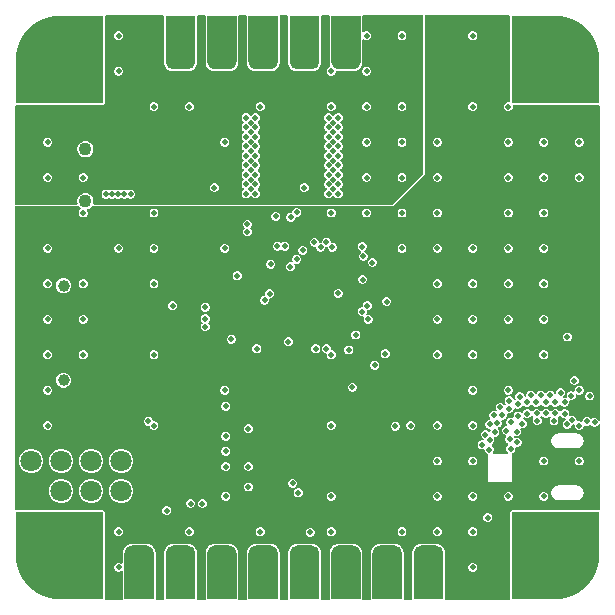
<source format=gbr>
%TF.GenerationSoftware,Altium Limited,Altium Designer,23.11.1 (41)*%
G04 Layer_Physical_Order=5*
G04 Layer_Color=16737945*
%FSLAX45Y45*%
%MOMM*%
%TF.SameCoordinates,A167E3D1-D2EE-47D6-BB63-3A09D1C29133*%
%TF.FilePolarity,Positive*%
%TF.FileFunction,Copper,L5,Inr,Signal*%
%TF.Part,Single*%
G01*
G75*
%TA.AperFunction,ComponentPad*%
%ADD42C,1.80000*%
%TA.AperFunction,ViaPad*%
%ADD43C,1.80000*%
%TA.AperFunction,ComponentPad*%
%ADD44C,1.00000*%
%ADD45C,1.10000*%
%TA.AperFunction,ViaPad*%
%ADD46C,1.00000*%
%ADD47C,0.50000*%
G36*
X3477500Y3629817D02*
X3217683Y3370000D01*
X694907D01*
X685453Y3382700D01*
X687700Y3391087D01*
Y3408913D01*
X683086Y3426131D01*
X674173Y3441569D01*
X661569Y3454173D01*
X646131Y3463086D01*
X628913Y3467700D01*
X611087D01*
X593869Y3463086D01*
X578431Y3454173D01*
X565827Y3441569D01*
X556914Y3426131D01*
X552300Y3408913D01*
Y3391087D01*
X554548Y3382700D01*
X545093Y3370000D01*
X20391D01*
Y4209833D01*
X30000Y4216253D01*
X770000D01*
X779720Y4220280D01*
X783746Y4230000D01*
Y4970000D01*
X790167Y4979609D01*
X1279833D01*
X1286254Y4970000D01*
Y4573404D01*
X1286617Y4572527D01*
X1286371Y4571609D01*
X1287441Y4563486D01*
X1287916Y4562664D01*
X1287792Y4561723D01*
X1289912Y4553809D01*
X1290490Y4553056D01*
Y4552106D01*
X1293626Y4544537D01*
X1294297Y4543866D01*
X1294421Y4542925D01*
X1298517Y4535829D01*
X1299270Y4535251D01*
X1299516Y4534334D01*
X1304504Y4527834D01*
X1305326Y4527360D01*
X1305690Y4526482D01*
X1311483Y4520689D01*
X1312360Y4520326D01*
X1312834Y4519504D01*
X1319334Y4514516D01*
X1320251Y4514271D01*
X1320829Y4513517D01*
X1327925Y4509421D01*
X1328866Y4509297D01*
X1329537Y4508625D01*
X1337107Y4505490D01*
X1338056D01*
X1338809Y4504912D01*
X1346723Y4502792D01*
X1347664Y4502916D01*
X1348487Y4502441D01*
X1356609Y4501371D01*
X1357527Y4501617D01*
X1358404Y4501254D01*
X1491596D01*
X1492474Y4501617D01*
X1493391Y4501371D01*
X1501514Y4502441D01*
X1502336Y4502916D01*
X1503277Y4502792D01*
X1511191Y4504912D01*
X1511944Y4505490D01*
X1512894D01*
X1520463Y4508625D01*
X1521134Y4509297D01*
X1522076Y4509421D01*
X1529171Y4513517D01*
X1529749Y4514270D01*
X1530666Y4514516D01*
X1537166Y4519504D01*
X1537641Y4520326D01*
X1538518Y4520689D01*
X1544311Y4526482D01*
X1544674Y4527359D01*
X1545497Y4527834D01*
X1550484Y4534334D01*
X1550730Y4535251D01*
X1551483Y4535829D01*
X1555580Y4542925D01*
X1555704Y4543866D01*
X1556375Y4544537D01*
X1559510Y4552106D01*
Y4553056D01*
X1560088Y4553809D01*
X1562209Y4561723D01*
X1562085Y4562664D01*
X1562559Y4563486D01*
X1563629Y4571609D01*
X1563383Y4572527D01*
X1563747Y4573404D01*
Y4970000D01*
X1570168Y4979609D01*
X1628792D01*
X1636254Y4966909D01*
X1636254Y4573404D01*
X1636617Y4572527D01*
X1636371Y4571609D01*
X1637441Y4563486D01*
X1637915Y4562664D01*
X1637791Y4561723D01*
X1639912Y4553809D01*
X1640490Y4553056D01*
Y4552106D01*
X1643625Y4544537D01*
X1644297Y4543866D01*
X1644421Y4542925D01*
X1648517Y4535829D01*
X1649270Y4535251D01*
X1649516Y4534334D01*
X1654504Y4527834D01*
X1655326Y4527360D01*
X1655689Y4526482D01*
X1661482Y4520689D01*
X1662359Y4520326D01*
X1662834Y4519504D01*
X1669334Y4514516D01*
X1670251Y4514271D01*
X1670829Y4513517D01*
X1677925Y4509421D01*
X1678866Y4509297D01*
X1679537Y4508625D01*
X1687106Y4505490D01*
X1688056D01*
X1688809Y4504912D01*
X1696723Y4502792D01*
X1697664Y4502916D01*
X1698486Y4502441D01*
X1706609Y4501371D01*
X1707526Y4501617D01*
X1708404Y4501254D01*
X1841596D01*
X1842474Y4501617D01*
X1843391Y4501371D01*
X1851514Y4502441D01*
X1852336Y4502916D01*
X1853277Y4502792D01*
X1861191Y4504912D01*
X1861944Y4505490D01*
X1862894D01*
X1870463Y4508625D01*
X1871134Y4509297D01*
X1872076Y4509421D01*
X1879171Y4513517D01*
X1879749Y4514270D01*
X1880666Y4514516D01*
X1887166Y4519504D01*
X1887640Y4520326D01*
X1888518Y4520689D01*
X1894311Y4526482D01*
X1894674Y4527359D01*
X1895496Y4527834D01*
X1900484Y4534334D01*
X1900729Y4535251D01*
X1901483Y4535829D01*
X1905579Y4542925D01*
X1905703Y4543866D01*
X1906375Y4544537D01*
X1909510Y4552106D01*
Y4553056D01*
X1910088Y4553809D01*
X1912209Y4561723D01*
X1912085Y4562664D01*
X1912559Y4563486D01*
X1913629Y4571609D01*
X1913383Y4572527D01*
X1913746Y4573404D01*
X1913747Y4970000D01*
X1920168Y4979609D01*
X1979833D01*
X1986254Y4970000D01*
Y4573404D01*
X1986617Y4572527D01*
X1986371Y4571609D01*
X1987441Y4563486D01*
X1987916Y4562664D01*
X1987792Y4561723D01*
X1989912Y4553809D01*
X1990490Y4553056D01*
Y4552106D01*
X1993625Y4544537D01*
X1994297Y4543866D01*
X1994421Y4542925D01*
X1998517Y4535829D01*
X1999270Y4535251D01*
X1999516Y4534334D01*
X2004504Y4527834D01*
X2005326Y4527360D01*
X2005689Y4526482D01*
X2011482Y4520689D01*
X2012359Y4520326D01*
X2012834Y4519504D01*
X2019334Y4514516D01*
X2020251Y4514271D01*
X2020829Y4513517D01*
X2027925Y4509421D01*
X2028866Y4509297D01*
X2029537Y4508625D01*
X2037106Y4505490D01*
X2038056D01*
X2038809Y4504912D01*
X2046723Y4502792D01*
X2047664Y4502916D01*
X2048486Y4502441D01*
X2056609Y4501371D01*
X2057526Y4501617D01*
X2058404Y4501254D01*
X2191596D01*
X2192474Y4501617D01*
X2193391Y4501371D01*
X2201514Y4502441D01*
X2202336Y4502916D01*
X2203277Y4502792D01*
X2211191Y4504912D01*
X2211944Y4505490D01*
X2212894D01*
X2220463Y4508625D01*
X2221134Y4509297D01*
X2222076Y4509421D01*
X2229171Y4513517D01*
X2229749Y4514270D01*
X2230666Y4514516D01*
X2237166Y4519504D01*
X2237640Y4520326D01*
X2238518Y4520689D01*
X2244311Y4526482D01*
X2244674Y4527359D01*
X2245496Y4527834D01*
X2250484Y4534334D01*
X2250730Y4535251D01*
X2251483Y4535829D01*
X2255579Y4542925D01*
X2255703Y4543866D01*
X2256375Y4544537D01*
X2259510Y4552106D01*
Y4553056D01*
X2260088Y4553809D01*
X2262209Y4561723D01*
X2262085Y4562664D01*
X2262559Y4563486D01*
X2263629Y4571609D01*
X2263383Y4572527D01*
X2263747Y4573404D01*
Y4970000D01*
X2270167Y4979609D01*
X2328792D01*
X2336254Y4966909D01*
X2336254Y4573404D01*
X2336617Y4572527D01*
X2336371Y4571609D01*
X2337441Y4563486D01*
X2337916Y4562664D01*
X2337792Y4561723D01*
X2339912Y4553809D01*
X2340490Y4553056D01*
Y4552106D01*
X2343625Y4544537D01*
X2344297Y4543866D01*
X2344421Y4542925D01*
X2348517Y4535829D01*
X2349270Y4535251D01*
X2349516Y4534334D01*
X2354504Y4527834D01*
X2355326Y4527360D01*
X2355689Y4526482D01*
X2361482Y4520689D01*
X2362360Y4520326D01*
X2362834Y4519504D01*
X2369334Y4514516D01*
X2370251Y4514271D01*
X2370829Y4513517D01*
X2377925Y4509421D01*
X2378866Y4509297D01*
X2379537Y4508625D01*
X2387106Y4505490D01*
X2388056D01*
X2388809Y4504912D01*
X2396723Y4502792D01*
X2397664Y4502916D01*
X2398486Y4502441D01*
X2406609Y4501371D01*
X2407527Y4501617D01*
X2408404Y4501254D01*
X2541596D01*
X2542474Y4501617D01*
X2543391Y4501371D01*
X2551514Y4502441D01*
X2552336Y4502916D01*
X2553277Y4502792D01*
X2561191Y4504912D01*
X2561944Y4505490D01*
X2562894D01*
X2570463Y4508625D01*
X2571134Y4509297D01*
X2572076Y4509421D01*
X2579171Y4513517D01*
X2579749Y4514270D01*
X2580666Y4514516D01*
X2587166Y4519504D01*
X2587640Y4520326D01*
X2588518Y4520689D01*
X2594311Y4526482D01*
X2594674Y4527359D01*
X2595496Y4527834D01*
X2600484Y4534334D01*
X2600730Y4535251D01*
X2601483Y4535829D01*
X2605579Y4542925D01*
X2605703Y4543866D01*
X2606375Y4544537D01*
X2609510Y4552106D01*
Y4553056D01*
X2610088Y4553809D01*
X2612209Y4561723D01*
X2612085Y4562664D01*
X2612559Y4563486D01*
X2613629Y4571609D01*
X2613383Y4572527D01*
X2613747Y4573404D01*
X2613747Y4970000D01*
X2620168Y4979609D01*
X2679833D01*
X2686254Y4970000D01*
Y4573404D01*
X2686617Y4572527D01*
X2686371Y4571609D01*
X2687441Y4563486D01*
X2687916Y4562664D01*
X2687792Y4561723D01*
X2689912Y4553809D01*
X2690490Y4553056D01*
Y4552106D01*
X2691388Y4549938D01*
X2691467Y4549072D01*
X2686849Y4536407D01*
X2686690Y4536217D01*
X2684650Y4534447D01*
X2678644Y4531959D01*
X2668039Y4521354D01*
X2662299Y4507498D01*
Y4492500D01*
X2668039Y4478643D01*
X2678644Y4468038D01*
X2692500Y4462299D01*
X2707498D01*
X2721354Y4468038D01*
X2731960Y4478643D01*
X2737699Y4492499D01*
X2744096Y4499795D01*
X2750399Y4502189D01*
X2756609Y4501371D01*
X2757527Y4501617D01*
X2758404Y4501254D01*
X2891596D01*
X2892474Y4501617D01*
X2893391Y4501371D01*
X2901514Y4502441D01*
X2902336Y4502916D01*
X2903277Y4502792D01*
X2911191Y4504912D01*
X2911944Y4505490D01*
X2912894D01*
X2920463Y4508625D01*
X2921134Y4509297D01*
X2922076Y4509421D01*
X2929171Y4513517D01*
X2929749Y4514270D01*
X2930666Y4514516D01*
X2937166Y4519504D01*
X2937641Y4520326D01*
X2938518Y4520689D01*
X2944311Y4526482D01*
X2944674Y4527359D01*
X2945497Y4527834D01*
X2950484Y4534334D01*
X2950730Y4535251D01*
X2951483Y4535829D01*
X2955580Y4542925D01*
X2955704Y4543866D01*
X2956375Y4544537D01*
X2959510Y4552106D01*
Y4553056D01*
X2960088Y4553809D01*
X2962209Y4561723D01*
X2962085Y4562664D01*
X2962559Y4563486D01*
X2963629Y4571609D01*
X2963383Y4572527D01*
X2963747Y4573404D01*
Y4764974D01*
X2976447Y4770235D01*
X2978644Y4768038D01*
X2992500Y4762299D01*
X3007498D01*
X3021354Y4768038D01*
X3031960Y4778643D01*
X3037699Y4792499D01*
Y4807498D01*
X3031960Y4821354D01*
X3021354Y4831959D01*
X3007498Y4837698D01*
X2992500D01*
X2978644Y4831959D01*
X2976447Y4829762D01*
X2963747Y4835023D01*
Y4970000D01*
X2970168Y4979609D01*
X3477500D01*
Y3629817D01*
D02*
G37*
G36*
X4216253Y4970000D02*
Y4243549D01*
X4207498Y4237699D01*
X4192500D01*
X4178643Y4231959D01*
X4168038Y4221354D01*
X4162299Y4207498D01*
Y4192500D01*
X4168038Y4178643D01*
X4178643Y4168038D01*
X4192500Y4162299D01*
X4207498D01*
X4221354Y4168038D01*
X4231959Y4178643D01*
X4237699Y4192500D01*
Y4207498D01*
X4243549Y4216253D01*
X4970000D01*
X4979609Y4209833D01*
X4979609Y1541160D01*
X4966909Y1538634D01*
X4962510Y1549254D01*
X4951905Y1559859D01*
X4938049Y1565599D01*
X4923050D01*
X4910352Y1560339D01*
X4898084Y1556771D01*
X4887479Y1567376D01*
X4873623Y1573115D01*
X4858625D01*
X4844768Y1567376D01*
X4834163Y1556770D01*
X4828424Y1542914D01*
Y1541732D01*
X4828120Y1541312D01*
X4815723Y1534292D01*
X4807498Y1537699D01*
X4792499D01*
X4788150Y1535898D01*
X4786978Y1536231D01*
X4776416Y1544784D01*
Y1554235D01*
X4770677Y1568091D01*
X4760072Y1578697D01*
X4746216Y1584436D01*
X4731217D01*
X4726292Y1582396D01*
X4716572Y1592116D01*
X4716736Y1592511D01*
Y1607510D01*
X4710996Y1621366D01*
X4700391Y1631971D01*
X4686535Y1637710D01*
X4671537D01*
X4657681Y1631971D01*
X4647075Y1621366D01*
X4646638Y1620311D01*
X4632892D01*
X4631067Y1624718D01*
X4620461Y1635323D01*
X4606605Y1641063D01*
X4591607D01*
X4577751Y1635323D01*
X4567146Y1624718D01*
X4565979Y1621903D01*
X4552233D01*
X4551067Y1624718D01*
X4540462Y1635323D01*
X4526605Y1641063D01*
X4511607D01*
X4497751Y1635323D01*
X4487146Y1624718D01*
X4485980Y1621903D01*
X4472233D01*
X4471067Y1624718D01*
X4460462Y1635323D01*
X4446606Y1641063D01*
X4431607D01*
X4417751Y1635323D01*
X4407146Y1624718D01*
X4405725Y1621287D01*
X4391978D01*
X4391077Y1623463D01*
X4380472Y1634068D01*
X4366616Y1639808D01*
X4351617D01*
X4337761Y1634068D01*
X4327156Y1623463D01*
X4322129Y1611327D01*
X4315045Y1608189D01*
X4308717Y1606780D01*
X4303608Y1611888D01*
X4289752Y1617627D01*
X4274754D01*
X4260898Y1611888D01*
X4250292Y1601283D01*
X4244553Y1587426D01*
Y1573613D01*
X4240616Y1569264D01*
X4234240Y1564138D01*
X4228056Y1566700D01*
X4213058D01*
X4199202Y1560960D01*
X4188597Y1550355D01*
X4182857Y1536499D01*
Y1521501D01*
X4188597Y1507645D01*
X4182848Y1495432D01*
X4176714D01*
X4162857Y1489693D01*
X4152252Y1479088D01*
X4146513Y1465232D01*
Y1450233D01*
X4152252Y1436377D01*
X4162857Y1425772D01*
X4176714Y1420032D01*
X4179135D01*
X4184395Y1407332D01*
X4181812Y1404750D01*
X4176073Y1390893D01*
Y1375895D01*
X4181812Y1362039D01*
X4192418Y1351434D01*
X4198933Y1348735D01*
X4199987Y1341837D01*
X4199751Y1334649D01*
X4190304Y1325202D01*
X4184564Y1311345D01*
Y1296347D01*
X4190304Y1282491D01*
X4200021Y1272773D01*
X4199608Y1268596D01*
X4196240Y1260073D01*
X4072022D01*
X4066762Y1272773D01*
X4069697Y1275708D01*
X4075436Y1289564D01*
Y1304563D01*
X4069697Y1318419D01*
X4059091Y1329024D01*
X4058502Y1329268D01*
Y1343015D01*
X4063279Y1344993D01*
X4073884Y1355598D01*
X4079624Y1369454D01*
Y1384453D01*
X4075601Y1394164D01*
X4075867Y1395179D01*
X4082290Y1404984D01*
X4083441Y1405898D01*
X4093678D01*
X4107534Y1411637D01*
X4118140Y1422242D01*
X4123879Y1436098D01*
Y1451097D01*
X4118140Y1464953D01*
X4112517Y1470576D01*
X4113072Y1475362D01*
X4116668Y1484385D01*
X4127846Y1489015D01*
X4138451Y1499621D01*
X4144191Y1513477D01*
Y1528475D01*
X4139786Y1539107D01*
X4144775Y1548541D01*
X4147479Y1551197D01*
X4156260D01*
X4170116Y1556936D01*
X4180721Y1567541D01*
X4186461Y1581397D01*
Y1596396D01*
X4185717Y1598192D01*
X4195437Y1607912D01*
X4199212Y1606348D01*
X4214210D01*
X4228066Y1612088D01*
X4238672Y1622693D01*
X4244411Y1636549D01*
Y1642541D01*
X4256771Y1648142D01*
X4270627Y1642402D01*
X4285625D01*
X4299481Y1648142D01*
X4310087Y1658747D01*
X4314080Y1668387D01*
X4315091Y1668969D01*
X4326581Y1671302D01*
X4327920Y1671140D01*
X4335214Y1663846D01*
X4349070Y1658107D01*
X4364068D01*
X4377925Y1663846D01*
X4388530Y1674452D01*
X4389866Y1677677D01*
X4403612D01*
X4404604Y1675282D01*
X4415210Y1664677D01*
X4429066Y1658937D01*
X4444064D01*
X4457920Y1664677D01*
X4468525Y1675282D01*
X4469692Y1678097D01*
X4483438D01*
X4484604Y1675282D01*
X4495209Y1664677D01*
X4509066Y1658937D01*
X4524064D01*
X4537920Y1664677D01*
X4548525Y1675282D01*
X4549691Y1678097D01*
X4563438D01*
X4564604Y1675282D01*
X4575209Y1664677D01*
X4589065Y1658937D01*
X4604064D01*
X4617920Y1664677D01*
X4628525Y1675282D01*
X4629691Y1678097D01*
X4643438D01*
X4644604Y1675282D01*
X4655209Y1664677D01*
X4669065Y1658937D01*
X4684064D01*
X4697920Y1664677D01*
X4708525Y1675282D01*
X4714264Y1689138D01*
Y1704136D01*
X4713081Y1706993D01*
X4722802Y1716713D01*
X4725575Y1715564D01*
X4740573D01*
X4754430Y1721303D01*
X4765035Y1731909D01*
X4770774Y1745765D01*
Y1758598D01*
X4772467Y1760629D01*
X4776330Y1763630D01*
X4782100Y1766607D01*
X4792499Y1762299D01*
X4807498D01*
X4821354Y1768039D01*
X4831959Y1778644D01*
X4837698Y1792500D01*
Y1807499D01*
X4831959Y1821355D01*
X4821354Y1831960D01*
X4807498Y1837699D01*
X4792499D01*
X4778643Y1831960D01*
X4768038Y1821355D01*
X4762299Y1807499D01*
Y1794665D01*
X4760606Y1792634D01*
X4756743Y1789634D01*
X4750973Y1786656D01*
X4740573Y1790964D01*
X4725575D01*
X4711719Y1785225D01*
X4701114Y1774619D01*
X4695374Y1760763D01*
Y1745765D01*
X4696558Y1742908D01*
X4686837Y1733188D01*
X4684064Y1734337D01*
X4669066D01*
X4664524Y1745184D01*
X4675129Y1755789D01*
X4680868Y1769646D01*
Y1784644D01*
X4675129Y1798500D01*
X4664524Y1809105D01*
X4650668Y1814845D01*
X4635669D01*
X4621813Y1809105D01*
X4611208Y1798500D01*
X4605469Y1784644D01*
Y1769646D01*
X4593735Y1766589D01*
X4588525Y1779168D01*
X4577920Y1789773D01*
X4564064Y1795513D01*
X4549065D01*
X4535209Y1789773D01*
X4524604Y1779168D01*
X4523279Y1775969D01*
X4509532D01*
X4508208Y1779166D01*
X4497602Y1789771D01*
X4483746Y1795511D01*
X4468748D01*
X4454892Y1789771D01*
X4444287Y1779166D01*
X4439678Y1768041D01*
X4427956Y1767120D01*
X4426687Y1767337D01*
X4422206Y1778156D01*
X4411600Y1788761D01*
X4397744Y1794501D01*
X4382746D01*
X4368890Y1788761D01*
X4358284Y1778156D01*
X4352545Y1764300D01*
Y1749302D01*
X4345899Y1743121D01*
X4335258Y1751782D01*
Y1752751D01*
X4329518Y1766608D01*
X4318913Y1777213D01*
X4305057Y1782952D01*
X4290059D01*
X4276203Y1777213D01*
X4265597Y1766608D01*
X4259858Y1752751D01*
Y1737753D01*
X4263998Y1727757D01*
X4265597Y1723897D01*
X4258680Y1712854D01*
X4257946Y1712550D01*
X4252163Y1714636D01*
X4245246Y1718499D01*
Y1719037D01*
X4239507Y1732893D01*
X4228901Y1743498D01*
X4215045Y1749238D01*
X4200047D01*
X4186191Y1743498D01*
X4175586Y1732893D01*
X4169846Y1719037D01*
Y1704039D01*
X4175586Y1690182D01*
X4179261Y1686507D01*
X4182231Y1681391D01*
X4176207Y1672708D01*
X4163390Y1674337D01*
X4162640Y1676147D01*
X4152035Y1686752D01*
X4138179Y1692491D01*
X4123180D01*
X4109324Y1686752D01*
X4098719Y1676147D01*
X4092980Y1662291D01*
Y1647292D01*
X4098719Y1633436D01*
X4100705Y1631450D01*
X4093511Y1620683D01*
X4083186Y1624960D01*
X4068188D01*
X4054332Y1619221D01*
X4043727Y1608615D01*
X4037987Y1594759D01*
Y1579761D01*
X4043727Y1565905D01*
X4048098Y1561533D01*
X4042838Y1548833D01*
X4034572D01*
X4020716Y1543094D01*
X4010111Y1532488D01*
X4004371Y1518632D01*
Y1503634D01*
X4010111Y1489778D01*
X4020716Y1479173D01*
X4034572Y1473433D01*
X4045031D01*
X4047538Y1471119D01*
X4052455Y1463178D01*
X4052871Y1461700D01*
X4048510Y1451172D01*
X4042388Y1448334D01*
X4035779Y1447309D01*
X4026566Y1456522D01*
X4012710Y1462261D01*
X3997712D01*
X3983856Y1456522D01*
X3973251Y1445916D01*
X3967511Y1432060D01*
Y1417062D01*
X3973251Y1403206D01*
X3983856Y1392600D01*
X3992598Y1388979D01*
X3993040Y1386106D01*
X3991320Y1383354D01*
X3981869Y1375186D01*
X3971218D01*
X3957362Y1369446D01*
X3946756Y1358841D01*
X3941017Y1344985D01*
Y1329987D01*
X3946756Y1316130D01*
X3957362Y1305525D01*
X3971218Y1299786D01*
X3986216D01*
X3987336Y1300250D01*
X4000036Y1291764D01*
Y1289564D01*
X4005776Y1275708D01*
X4016381Y1265103D01*
X4020879Y1263240D01*
X4029459Y1256675D01*
X4026956Y1248022D01*
X4026254Y1246327D01*
Y1035000D01*
X4030280Y1025280D01*
X4040000Y1021253D01*
X4220307D01*
X4230027Y1025280D01*
X4234053Y1035000D01*
Y1246327D01*
X4230908Y1253920D01*
X4230567Y1257561D01*
X4234298Y1268024D01*
X4243619Y1271886D01*
X4254225Y1282491D01*
X4259964Y1296347D01*
Y1311345D01*
X4269357Y1320469D01*
X4284355D01*
X4298212Y1326209D01*
X4308817Y1336814D01*
X4314556Y1350670D01*
Y1365668D01*
X4308817Y1379525D01*
X4298212Y1390130D01*
X4284355Y1395869D01*
X4269357D01*
X4263173Y1393308D01*
X4254402Y1391498D01*
X4247843Y1399658D01*
X4246393Y1403156D01*
X4249286Y1408120D01*
X4254851Y1413400D01*
X4262455Y1410250D01*
X4277453D01*
X4291309Y1415990D01*
X4301914Y1426595D01*
X4307654Y1440451D01*
Y1455449D01*
X4302612Y1467622D01*
X4305719Y1472862D01*
X4311069Y1477866D01*
X4311264Y1477785D01*
X4326262D01*
X4340119Y1483524D01*
X4350724Y1494129D01*
X4356463Y1507986D01*
Y1522984D01*
X4350724Y1536840D01*
X4340119Y1547445D01*
X4326263Y1553185D01*
X4323576Y1565121D01*
X4323876Y1566072D01*
X4337562Y1570089D01*
X4338393Y1569886D01*
X4351617Y1564408D01*
X4366616D01*
X4380472Y1570147D01*
X4391077Y1580752D01*
X4392498Y1584183D01*
X4406245D01*
X4407146Y1582008D01*
X4409960Y1579193D01*
X4411711Y1562983D01*
X4405972Y1549127D01*
Y1534129D01*
X4411711Y1520273D01*
X4422317Y1509667D01*
X4436173Y1503928D01*
X4451171D01*
X4465027Y1509667D01*
X4475632Y1520273D01*
X4481372Y1534129D01*
Y1549127D01*
X4475632Y1562983D01*
X4472818Y1565798D01*
X4472130Y1572165D01*
X4475929Y1576630D01*
X4477101Y1577192D01*
X4492567Y1576586D01*
X4497751Y1571402D01*
X4511607Y1565663D01*
X4526605D01*
X4540462Y1571402D01*
X4545791Y1576732D01*
X4561014Y1575545D01*
X4561126Y1575473D01*
X4563035Y1572123D01*
X4561870Y1569322D01*
X4554901Y1562352D01*
X4549161Y1548496D01*
Y1533498D01*
X4554901Y1519641D01*
X4565506Y1509036D01*
X4579362Y1503297D01*
X4594360D01*
X4608217Y1509036D01*
X4618822Y1519641D01*
X4624561Y1533498D01*
Y1548496D01*
X4620722Y1557764D01*
X4620555Y1566520D01*
X4624097Y1575038D01*
X4631067Y1582008D01*
X4631504Y1583062D01*
X4645250D01*
X4647075Y1578655D01*
X4657681Y1568050D01*
X4671537Y1562311D01*
X4679766D01*
X4680080Y1562207D01*
X4688950Y1550684D01*
X4688972Y1550577D01*
X4688485Y1549365D01*
X4677233Y1544704D01*
X4666627Y1534099D01*
X4660888Y1520243D01*
Y1505244D01*
X4666627Y1491388D01*
X4677233Y1480783D01*
X4691089Y1475044D01*
X4706087D01*
X4719943Y1480783D01*
X4730549Y1491388D01*
X4736288Y1505244D01*
Y1509036D01*
X4746216D01*
X4750565Y1510838D01*
X4751736Y1510504D01*
X4762299Y1501951D01*
Y1492500D01*
X4768038Y1478644D01*
X4778643Y1468039D01*
X4792499Y1462300D01*
X4807498D01*
X4821354Y1468039D01*
X4831959Y1478644D01*
X4837698Y1492500D01*
Y1493683D01*
X4838003Y1494103D01*
X4850399Y1501122D01*
X4858625Y1497715D01*
X4873623D01*
X4886321Y1502975D01*
X4898589Y1506543D01*
X4909194Y1495938D01*
X4923050Y1490199D01*
X4938049D01*
X4951905Y1495938D01*
X4962510Y1506544D01*
X4966909Y1517164D01*
X4979609Y1514638D01*
X4979609Y791208D01*
X4966909Y783746D01*
X4230000D01*
X4220280Y779720D01*
X4216253Y770000D01*
Y30000D01*
X4209833Y20391D01*
X3671206D01*
X3663747Y33091D01*
X3663748Y426597D01*
X3663384Y427475D01*
X3663630Y428392D01*
X3662560Y436515D01*
X3662086Y437337D01*
X3662210Y438278D01*
X3660089Y446192D01*
X3659511Y446945D01*
Y447895D01*
X3656376Y455464D01*
X3655704Y456135D01*
X3655580Y457077D01*
X3651484Y464172D01*
X3650731Y464750D01*
X3650485Y465667D01*
X3645497Y472167D01*
X3644675Y472641D01*
X3644312Y473519D01*
X3638519Y479312D01*
X3637642Y479675D01*
X3637167Y480497D01*
X3630667Y485485D01*
X3629750Y485731D01*
X3629172Y486484D01*
X3622077Y490580D01*
X3621135Y490704D01*
X3620464Y491376D01*
X3612895Y494511D01*
X3611945D01*
X3611192Y495089D01*
X3603278Y497210D01*
X3602337Y497086D01*
X3601515Y497560D01*
X3593392Y498630D01*
X3592475Y498384D01*
X3591597Y498748D01*
X3458405D01*
X3457528Y498384D01*
X3456610Y498630D01*
X3448487Y497560D01*
X3447665Y497086D01*
X3446724Y497210D01*
X3438810Y495089D01*
X3438057Y494511D01*
X3437107D01*
X3429538Y491376D01*
X3428867Y490704D01*
X3427926Y490580D01*
X3420830Y486484D01*
X3420252Y485731D01*
X3419335Y485485D01*
X3412835Y480497D01*
X3412361Y479675D01*
X3411483Y479312D01*
X3405690Y473519D01*
X3405327Y472642D01*
X3404505Y472167D01*
X3399517Y465667D01*
X3399272Y464750D01*
X3398518Y464172D01*
X3394422Y457077D01*
X3394298Y456135D01*
X3393626Y455464D01*
X3390491Y447895D01*
Y446945D01*
X3389913Y446192D01*
X3387793Y438278D01*
X3387917Y437337D01*
X3387442Y436515D01*
X3386372Y428392D01*
X3386618Y427475D01*
X3386255Y426597D01*
X3386254Y30001D01*
X3379832Y20391D01*
X3320169D01*
X3313748Y30001D01*
Y426597D01*
X3313384Y427475D01*
X3313630Y428392D01*
X3312560Y436515D01*
X3312086Y437337D01*
X3312210Y438278D01*
X3310089Y446192D01*
X3309511Y446945D01*
Y447895D01*
X3306376Y455464D01*
X3305704Y456135D01*
X3305580Y457077D01*
X3301484Y464172D01*
X3300731Y464750D01*
X3300485Y465667D01*
X3295497Y472167D01*
X3294675Y472641D01*
X3294312Y473519D01*
X3288519Y479312D01*
X3287642Y479675D01*
X3287167Y480497D01*
X3280667Y485485D01*
X3279750Y485731D01*
X3279172Y486484D01*
X3272077Y490580D01*
X3271135Y490704D01*
X3270464Y491376D01*
X3262895Y494511D01*
X3261945D01*
X3261192Y495089D01*
X3253278Y497210D01*
X3252337Y497086D01*
X3251515Y497560D01*
X3243392Y498630D01*
X3242475Y498384D01*
X3241597Y498748D01*
X3108405D01*
X3107527Y498384D01*
X3106610Y498630D01*
X3098487Y497560D01*
X3097665Y497086D01*
X3096724Y497210D01*
X3088810Y495089D01*
X3088057Y494511D01*
X3087107D01*
X3079538Y491376D01*
X3078867Y490704D01*
X3077926Y490580D01*
X3070830Y486484D01*
X3070252Y485731D01*
X3069335Y485485D01*
X3062835Y480497D01*
X3062361Y479675D01*
X3061483Y479312D01*
X3055690Y473519D01*
X3055327Y472642D01*
X3054505Y472167D01*
X3049517Y465667D01*
X3049272Y464750D01*
X3048518Y464172D01*
X3044422Y457077D01*
X3044298Y456135D01*
X3043626Y455464D01*
X3040491Y447895D01*
Y446945D01*
X3039913Y446192D01*
X3037793Y438278D01*
X3037916Y437337D01*
X3037442Y436515D01*
X3036372Y428392D01*
X3036618Y427475D01*
X3036255Y426597D01*
Y30001D01*
X3029833Y20391D01*
X2971206D01*
X2963747Y33091D01*
X2963747Y426597D01*
X2963384Y427475D01*
X2963630Y428392D01*
X2962560Y436515D01*
X2962086Y437337D01*
X2962209Y438278D01*
X2960089Y446192D01*
X2959511Y446945D01*
Y447895D01*
X2956376Y455464D01*
X2955704Y456135D01*
X2955580Y457077D01*
X2951484Y464172D01*
X2950731Y464750D01*
X2950485Y465667D01*
X2945497Y472167D01*
X2944675Y472641D01*
X2944312Y473519D01*
X2938519Y479312D01*
X2937642Y479675D01*
X2937167Y480497D01*
X2930667Y485485D01*
X2929750Y485731D01*
X2929172Y486484D01*
X2922076Y490580D01*
X2921135Y490704D01*
X2920464Y491376D01*
X2912895Y494511D01*
X2911945D01*
X2911192Y495089D01*
X2903278Y497210D01*
X2902337Y497086D01*
X2901515Y497560D01*
X2893392Y498630D01*
X2892475Y498384D01*
X2891597Y498748D01*
X2758405D01*
X2757527Y498384D01*
X2756610Y498630D01*
X2748487Y497560D01*
X2747665Y497086D01*
X2746724Y497210D01*
X2738810Y495089D01*
X2738057Y494511D01*
X2737107D01*
X2729538Y491376D01*
X2728867Y490704D01*
X2727925Y490580D01*
X2720830Y486484D01*
X2720252Y485731D01*
X2719335Y485485D01*
X2712835Y480497D01*
X2712361Y479675D01*
X2711483Y479312D01*
X2705690Y473519D01*
X2705327Y472642D01*
X2704505Y472167D01*
X2699517Y465667D01*
X2699271Y464750D01*
X2698518Y464172D01*
X2694422Y457077D01*
X2694298Y456135D01*
X2693626Y455464D01*
X2690491Y447895D01*
Y446945D01*
X2689913Y446192D01*
X2687792Y438278D01*
X2687916Y437337D01*
X2687442Y436515D01*
X2686372Y428392D01*
X2686618Y427475D01*
X2686254Y426597D01*
X2686254Y30001D01*
X2679832Y20391D01*
X2620169D01*
X2613747Y30001D01*
Y426597D01*
X2613384Y427475D01*
X2613630Y428392D01*
X2612560Y436515D01*
X2612085Y437337D01*
X2612209Y438278D01*
X2610089Y446192D01*
X2609511Y446945D01*
Y447895D01*
X2606376Y455464D01*
X2605704Y456135D01*
X2605580Y457077D01*
X2601484Y464172D01*
X2600731Y464750D01*
X2600485Y465667D01*
X2595497Y472167D01*
X2594675Y472641D01*
X2594312Y473519D01*
X2588519Y479312D01*
X2587642Y479675D01*
X2587167Y480497D01*
X2580667Y485485D01*
X2579750Y485731D01*
X2579172Y486484D01*
X2572076Y490580D01*
X2571135Y490704D01*
X2570464Y491376D01*
X2562895Y494511D01*
X2561945D01*
X2561192Y495089D01*
X2553278Y497210D01*
X2552337Y497086D01*
X2551515Y497560D01*
X2543392Y498630D01*
X2542474Y498384D01*
X2541597Y498748D01*
X2408405D01*
X2407527Y498384D01*
X2406610Y498630D01*
X2398487Y497560D01*
X2397665Y497086D01*
X2396724Y497210D01*
X2388810Y495089D01*
X2388057Y494511D01*
X2387107D01*
X2379538Y491376D01*
X2378867Y490704D01*
X2377925Y490580D01*
X2370830Y486484D01*
X2370252Y485731D01*
X2369335Y485485D01*
X2362835Y480497D01*
X2362361Y479675D01*
X2361483Y479312D01*
X2355690Y473519D01*
X2355327Y472642D01*
X2354505Y472167D01*
X2349517Y465667D01*
X2349271Y464750D01*
X2348518Y464172D01*
X2344422Y457077D01*
X2344298Y456135D01*
X2343626Y455464D01*
X2340491Y447895D01*
Y446945D01*
X2339913Y446192D01*
X2337792Y438278D01*
X2337916Y437337D01*
X2337442Y436515D01*
X2336372Y428392D01*
X2336618Y427475D01*
X2336254Y426597D01*
Y30001D01*
X2329833Y20391D01*
X2271206D01*
X2263747Y33091D01*
X2263748Y426597D01*
X2263384Y427475D01*
X2263630Y428392D01*
X2262560Y436515D01*
X2262086Y437337D01*
X2262210Y438278D01*
X2260089Y446192D01*
X2259511Y446945D01*
Y447895D01*
X2256376Y455464D01*
X2255704Y456135D01*
X2255580Y457077D01*
X2251484Y464172D01*
X2250731Y464750D01*
X2250485Y465667D01*
X2245497Y472167D01*
X2244675Y472641D01*
X2244312Y473519D01*
X2238519Y479312D01*
X2237642Y479675D01*
X2237167Y480497D01*
X2230667Y485485D01*
X2229750Y485731D01*
X2229172Y486484D01*
X2222077Y490580D01*
X2221135Y490704D01*
X2220464Y491376D01*
X2212895Y494511D01*
X2211945D01*
X2211192Y495089D01*
X2203278Y497210D01*
X2202337Y497086D01*
X2201515Y497560D01*
X2193392Y498630D01*
X2192475Y498384D01*
X2191597Y498748D01*
X2058405D01*
X2057528Y498384D01*
X2056610Y498630D01*
X2048487Y497560D01*
X2047665Y497086D01*
X2046724Y497210D01*
X2038810Y495089D01*
X2038057Y494511D01*
X2037107D01*
X2029538Y491376D01*
X2028867Y490704D01*
X2027926Y490580D01*
X2020830Y486484D01*
X2020252Y485731D01*
X2019335Y485485D01*
X2012835Y480497D01*
X2012361Y479675D01*
X2011483Y479312D01*
X2005690Y473519D01*
X2005327Y472642D01*
X2004505Y472167D01*
X1999517Y465667D01*
X1999272Y464750D01*
X1998518Y464172D01*
X1994422Y457077D01*
X1994298Y456135D01*
X1993626Y455464D01*
X1990491Y447895D01*
Y446945D01*
X1989913Y446192D01*
X1987793Y438278D01*
X1987917Y437337D01*
X1987442Y436515D01*
X1986372Y428392D01*
X1986618Y427475D01*
X1986255Y426597D01*
X1986254Y30001D01*
X1979832Y20391D01*
X1920169D01*
X1913748Y30001D01*
Y426597D01*
X1913384Y427475D01*
X1913630Y428392D01*
X1912560Y436515D01*
X1912086Y437337D01*
X1912210Y438278D01*
X1910089Y446192D01*
X1909511Y446945D01*
Y447895D01*
X1906376Y455464D01*
X1905704Y456135D01*
X1905580Y457077D01*
X1901484Y464172D01*
X1900731Y464750D01*
X1900485Y465667D01*
X1895497Y472167D01*
X1894675Y472641D01*
X1894312Y473519D01*
X1888519Y479312D01*
X1887642Y479675D01*
X1887167Y480497D01*
X1880667Y485485D01*
X1879750Y485731D01*
X1879172Y486484D01*
X1872077Y490580D01*
X1871135Y490704D01*
X1870464Y491376D01*
X1862895Y494511D01*
X1861945D01*
X1861192Y495089D01*
X1853278Y497210D01*
X1852337Y497086D01*
X1851515Y497560D01*
X1843392Y498630D01*
X1842475Y498384D01*
X1841597Y498748D01*
X1708405D01*
X1707527Y498384D01*
X1706610Y498630D01*
X1698487Y497560D01*
X1697665Y497086D01*
X1696724Y497210D01*
X1688810Y495089D01*
X1688057Y494511D01*
X1687107D01*
X1679538Y491376D01*
X1678867Y490704D01*
X1677926Y490580D01*
X1670830Y486484D01*
X1670252Y485731D01*
X1669335Y485485D01*
X1662835Y480497D01*
X1662361Y479675D01*
X1661483Y479312D01*
X1655690Y473519D01*
X1655327Y472642D01*
X1654505Y472167D01*
X1649517Y465667D01*
X1649272Y464750D01*
X1648518Y464172D01*
X1644422Y457077D01*
X1644298Y456135D01*
X1643626Y455464D01*
X1640491Y447895D01*
Y446945D01*
X1639913Y446192D01*
X1637793Y438278D01*
X1637916Y437337D01*
X1637442Y436515D01*
X1636372Y428392D01*
X1636618Y427475D01*
X1636255Y426597D01*
Y30001D01*
X1629833Y20391D01*
X1571206D01*
X1563747Y33091D01*
X1563747Y426597D01*
X1563384Y427475D01*
X1563630Y428392D01*
X1562560Y436515D01*
X1562086Y437337D01*
X1562209Y438278D01*
X1560089Y446192D01*
X1559511Y446945D01*
Y447895D01*
X1556376Y455464D01*
X1555704Y456135D01*
X1555580Y457077D01*
X1551484Y464172D01*
X1550731Y464750D01*
X1550485Y465667D01*
X1545497Y472167D01*
X1544675Y472641D01*
X1544312Y473519D01*
X1538519Y479312D01*
X1537642Y479675D01*
X1537167Y480497D01*
X1530667Y485485D01*
X1529750Y485731D01*
X1529172Y486484D01*
X1522076Y490580D01*
X1521135Y490704D01*
X1520464Y491376D01*
X1512895Y494511D01*
X1511945D01*
X1511192Y495089D01*
X1503278Y497210D01*
X1502337Y497086D01*
X1501515Y497560D01*
X1493392Y498630D01*
X1492475Y498384D01*
X1491597Y498748D01*
X1358405D01*
X1357527Y498384D01*
X1356610Y498630D01*
X1348487Y497560D01*
X1347665Y497086D01*
X1346724Y497210D01*
X1338810Y495089D01*
X1338057Y494511D01*
X1337107D01*
X1329538Y491376D01*
X1328867Y490704D01*
X1327925Y490580D01*
X1320830Y486484D01*
X1320252Y485731D01*
X1319335Y485485D01*
X1312835Y480497D01*
X1312361Y479675D01*
X1311483Y479312D01*
X1305690Y473519D01*
X1305327Y472642D01*
X1304505Y472167D01*
X1299517Y465667D01*
X1299271Y464750D01*
X1298518Y464172D01*
X1294422Y457077D01*
X1294298Y456135D01*
X1293626Y455464D01*
X1290491Y447895D01*
Y446945D01*
X1289913Y446192D01*
X1287792Y438278D01*
X1287916Y437337D01*
X1287442Y436515D01*
X1286372Y428392D01*
X1286618Y427475D01*
X1286254Y426597D01*
X1286254Y30001D01*
X1279832Y20391D01*
X1220169D01*
X1213747Y30001D01*
Y426597D01*
X1213384Y427475D01*
X1213630Y428392D01*
X1212560Y436515D01*
X1212085Y437337D01*
X1212209Y438278D01*
X1210089Y446192D01*
X1209511Y446945D01*
Y447895D01*
X1206376Y455464D01*
X1205704Y456135D01*
X1205580Y457077D01*
X1201484Y464172D01*
X1200731Y464750D01*
X1200485Y465667D01*
X1195497Y472167D01*
X1194675Y472641D01*
X1194312Y473519D01*
X1188519Y479312D01*
X1187642Y479675D01*
X1187167Y480497D01*
X1180667Y485485D01*
X1179750Y485731D01*
X1179172Y486484D01*
X1172076Y490580D01*
X1171135Y490704D01*
X1170464Y491376D01*
X1162895Y494511D01*
X1161945D01*
X1161192Y495089D01*
X1153278Y497210D01*
X1152337Y497086D01*
X1151515Y497560D01*
X1143392Y498630D01*
X1142474Y498384D01*
X1141597Y498748D01*
X1008405D01*
X1007527Y498384D01*
X1006610Y498630D01*
X998487Y497560D01*
X997665Y497086D01*
X996724Y497210D01*
X988810Y495089D01*
X988057Y494511D01*
X987107D01*
X979538Y491376D01*
X978867Y490704D01*
X977925Y490580D01*
X970830Y486484D01*
X970252Y485731D01*
X969335Y485485D01*
X962835Y480497D01*
X962361Y479675D01*
X961483Y479312D01*
X955690Y473519D01*
X955327Y472642D01*
X954505Y472167D01*
X949517Y465667D01*
X949271Y464750D01*
X948518Y464172D01*
X944422Y457077D01*
X944298Y456135D01*
X943626Y455464D01*
X940491Y447895D01*
Y446945D01*
X939913Y446192D01*
X937792Y438278D01*
X937916Y437337D01*
X937442Y436515D01*
X936372Y428392D01*
X936618Y427475D01*
X936254Y426597D01*
Y335022D01*
X923554Y329761D01*
X921355Y331960D01*
X907499Y337700D01*
X892501D01*
X878644Y331960D01*
X868039Y321355D01*
X862300Y307499D01*
Y292501D01*
X868039Y278645D01*
X878644Y268039D01*
X892501Y262300D01*
X907499D01*
X921355Y268039D01*
X923554Y270239D01*
X936254Y264978D01*
Y30001D01*
X929833Y20391D01*
X790167D01*
X783746Y30000D01*
Y770000D01*
X779720Y779720D01*
X770000Y783746D01*
X30000D01*
X20391Y790167D01*
Y3356254D01*
X545093D01*
X546065Y3356656D01*
X547085Y3356399D01*
X550807Y3358621D01*
X554813Y3360280D01*
X564574Y3357890D01*
X567904Y3356354D01*
X578431Y3345827D01*
X578642Y3345705D01*
X578644Y3332264D01*
X578061Y3331376D01*
X568039Y3321354D01*
X562300Y3307498D01*
Y3292500D01*
X568039Y3278644D01*
X578645Y3268038D01*
X592501Y3262299D01*
X607499D01*
X621355Y3268038D01*
X631960Y3278644D01*
X637700Y3292500D01*
Y3307498D01*
X632477Y3320107D01*
X632365Y3322436D01*
X636849Y3334427D01*
X646131Y3336914D01*
X661569Y3345827D01*
X672096Y3356354D01*
X675426Y3357890D01*
X685187Y3360280D01*
X689193Y3358621D01*
X692915Y3356399D01*
X693935Y3356656D01*
X694907Y3356254D01*
X3217683D01*
X3227403Y3360280D01*
X3227403Y3360280D01*
X3487220Y3620097D01*
X3491247Y3629817D01*
X3491247Y3629818D01*
Y4979609D01*
X4209833D01*
X4216253Y4970000D01*
D02*
G37*
%LPC*%
G36*
X3307498Y4837698D02*
X3292500D01*
X3278644Y4831959D01*
X3268038Y4821354D01*
X3262299Y4807498D01*
Y4792499D01*
X3268038Y4778643D01*
X3278644Y4768038D01*
X3292500Y4762299D01*
X3307498D01*
X3321354Y4768038D01*
X3331960Y4778643D01*
X3337699Y4792499D01*
Y4807498D01*
X3331960Y4821354D01*
X3321354Y4831959D01*
X3307498Y4837698D01*
D02*
G37*
G36*
X907499D02*
X892501D01*
X878644Y4831959D01*
X868039Y4821354D01*
X862300Y4807498D01*
Y4792499D01*
X868039Y4778643D01*
X878644Y4768038D01*
X892501Y4762299D01*
X907499D01*
X921355Y4768038D01*
X931960Y4778643D01*
X937700Y4792499D01*
Y4807498D01*
X931960Y4821354D01*
X921355Y4831959D01*
X907499Y4837698D01*
D02*
G37*
G36*
X3007498Y4537699D02*
X2992500D01*
X2978644Y4531959D01*
X2968039Y4521354D01*
X2962299Y4507498D01*
Y4492500D01*
X2968039Y4478643D01*
X2978644Y4468038D01*
X2992500Y4462299D01*
X3007498D01*
X3021354Y4468038D01*
X3031960Y4478643D01*
X3037699Y4492500D01*
Y4507498D01*
X3031960Y4521354D01*
X3021354Y4531959D01*
X3007498Y4537699D01*
D02*
G37*
G36*
X907499D02*
X892501D01*
X878644Y4531959D01*
X868039Y4521354D01*
X862300Y4507498D01*
Y4492500D01*
X868039Y4478643D01*
X878644Y4468038D01*
X892501Y4462299D01*
X907499D01*
X921355Y4468038D01*
X931960Y4478643D01*
X937700Y4492500D01*
Y4507498D01*
X931960Y4521354D01*
X921355Y4531959D01*
X907499Y4537699D01*
D02*
G37*
G36*
X3307498Y4237699D02*
X3292500D01*
X3278644Y4231959D01*
X3268038Y4221354D01*
X3262299Y4207498D01*
Y4192500D01*
X3268038Y4178643D01*
X3278644Y4168038D01*
X3292500Y4162299D01*
X3307498D01*
X3321354Y4168038D01*
X3331960Y4178643D01*
X3337699Y4192500D01*
Y4207498D01*
X3331960Y4221354D01*
X3321354Y4231959D01*
X3307498Y4237699D01*
D02*
G37*
G36*
X3007498D02*
X2992500D01*
X2978644Y4231959D01*
X2968039Y4221354D01*
X2962299Y4207498D01*
Y4192500D01*
X2968039Y4178643D01*
X2978644Y4168038D01*
X2992500Y4162299D01*
X3007498D01*
X3021354Y4168038D01*
X3031960Y4178643D01*
X3037699Y4192500D01*
Y4207498D01*
X3031960Y4221354D01*
X3021354Y4231959D01*
X3007498Y4237699D01*
D02*
G37*
G36*
X2707498D02*
X2692500D01*
X2678644Y4231959D01*
X2668039Y4221354D01*
X2662299Y4207498D01*
Y4192500D01*
X2668039Y4178643D01*
X2678644Y4168038D01*
X2692500Y4162299D01*
X2707498D01*
X2721354Y4168038D01*
X2731960Y4178643D01*
X2737699Y4192500D01*
Y4207498D01*
X2731960Y4221354D01*
X2721354Y4231959D01*
X2707498Y4237699D01*
D02*
G37*
G36*
X2107498D02*
X2092500D01*
X2078644Y4231959D01*
X2068039Y4221354D01*
X2062299Y4207498D01*
Y4192500D01*
X2068039Y4178643D01*
X2078644Y4168038D01*
X2092500Y4162299D01*
X2107498D01*
X2121355Y4168038D01*
X2131960Y4178643D01*
X2137699Y4192500D01*
Y4207498D01*
X2131960Y4221354D01*
X2121355Y4231959D01*
X2107498Y4237699D01*
D02*
G37*
G36*
X1507499D02*
X1492500D01*
X1478644Y4231959D01*
X1468039Y4221354D01*
X1462300Y4207498D01*
Y4192500D01*
X1468039Y4178643D01*
X1478644Y4168038D01*
X1492500Y4162299D01*
X1507499D01*
X1521355Y4168038D01*
X1531960Y4178643D01*
X1537699Y4192500D01*
Y4207498D01*
X1531960Y4221354D01*
X1521355Y4231959D01*
X1507499Y4237699D01*
D02*
G37*
G36*
X1207499D02*
X1192501D01*
X1178644Y4231959D01*
X1168039Y4221354D01*
X1162300Y4207498D01*
Y4192500D01*
X1168039Y4178643D01*
X1178644Y4168038D01*
X1192501Y4162299D01*
X1207499D01*
X1221355Y4168038D01*
X1231960Y4178643D01*
X1237700Y4192500D01*
Y4207498D01*
X1231960Y4221354D01*
X1221355Y4231959D01*
X1207499Y4237699D01*
D02*
G37*
G36*
X2766979Y4144067D02*
X2751981D01*
X2738125Y4138328D01*
X2727520Y4127723D01*
X2726132Y4124373D01*
X2712386D01*
X2710998Y4127723D01*
X2700393Y4138328D01*
X2686537Y4144067D01*
X2671539D01*
X2657683Y4138328D01*
X2647077Y4127723D01*
X2641338Y4113866D01*
Y4098868D01*
X2647077Y4085012D01*
X2657683Y4074407D01*
X2661032Y4073019D01*
Y4059273D01*
X2657683Y4057885D01*
X2647077Y4047280D01*
X2641338Y4033424D01*
Y4018426D01*
X2647077Y4004570D01*
X2657683Y3993964D01*
X2661032Y3992577D01*
Y3978830D01*
X2657683Y3977443D01*
X2647077Y3966838D01*
X2641338Y3952982D01*
Y3937983D01*
X2647077Y3924127D01*
X2657683Y3913522D01*
X2661032Y3912135D01*
Y3898388D01*
X2657683Y3897001D01*
X2647077Y3886396D01*
X2641338Y3872539D01*
Y3857541D01*
X2647077Y3843685D01*
X2657683Y3833080D01*
X2661032Y3831692D01*
Y3817946D01*
X2657683Y3816559D01*
X2647077Y3805953D01*
X2641338Y3792097D01*
Y3777099D01*
X2647077Y3763243D01*
X2657683Y3752637D01*
X2661032Y3751250D01*
Y3737504D01*
X2657683Y3736116D01*
X2647077Y3725511D01*
X2641338Y3711655D01*
Y3696657D01*
X2647077Y3682800D01*
X2657683Y3672195D01*
X2661032Y3670808D01*
Y3657061D01*
X2657683Y3655674D01*
X2647077Y3645069D01*
X2641338Y3631212D01*
Y3616214D01*
X2647077Y3602358D01*
X2657683Y3591753D01*
X2661032Y3590365D01*
Y3576619D01*
X2657683Y3575232D01*
X2647077Y3564626D01*
X2641338Y3550770D01*
Y3535772D01*
X2647077Y3521916D01*
X2657683Y3511310D01*
X2661032Y3509923D01*
Y3496177D01*
X2657683Y3494789D01*
X2647077Y3484184D01*
X2641338Y3470328D01*
Y3455330D01*
X2647077Y3441473D01*
X2657683Y3430868D01*
X2671539Y3425129D01*
X2686537D01*
X2700393Y3430868D01*
X2710998Y3441473D01*
X2712386Y3444823D01*
X2726132D01*
X2727520Y3441473D01*
X2738125Y3430868D01*
X2751981Y3425129D01*
X2766979D01*
X2780835Y3430868D01*
X2791441Y3441473D01*
X2797180Y3455330D01*
Y3470328D01*
X2791441Y3484184D01*
X2780835Y3494789D01*
X2777486Y3496177D01*
Y3509923D01*
X2780835Y3511310D01*
X2791441Y3521916D01*
X2797180Y3535772D01*
Y3550770D01*
X2791441Y3564626D01*
X2780835Y3575232D01*
X2777486Y3576619D01*
Y3590365D01*
X2780835Y3591753D01*
X2791441Y3602358D01*
X2797180Y3616214D01*
Y3631212D01*
X2791441Y3645069D01*
X2780835Y3655674D01*
X2777486Y3657061D01*
Y3670808D01*
X2780835Y3672195D01*
X2791441Y3682800D01*
X2797180Y3696657D01*
Y3711655D01*
X2791441Y3725511D01*
X2780835Y3736116D01*
X2777486Y3737504D01*
Y3751250D01*
X2780835Y3752637D01*
X2791441Y3763243D01*
X2797180Y3777099D01*
Y3792097D01*
X2791441Y3805953D01*
X2780835Y3816559D01*
X2777486Y3817946D01*
Y3831692D01*
X2780835Y3833080D01*
X2791441Y3843685D01*
X2797180Y3857541D01*
Y3872539D01*
X2791441Y3886396D01*
X2780835Y3897001D01*
X2777486Y3898388D01*
Y3912135D01*
X2780835Y3913522D01*
X2791441Y3924127D01*
X2797180Y3937983D01*
Y3952982D01*
X2791441Y3966838D01*
X2780835Y3977443D01*
X2777486Y3978830D01*
Y3992577D01*
X2780835Y3993964D01*
X2791441Y4004570D01*
X2797180Y4018426D01*
Y4033424D01*
X2791441Y4047280D01*
X2780835Y4057885D01*
X2777486Y4059273D01*
Y4073019D01*
X2780835Y4074407D01*
X2791441Y4085012D01*
X2797180Y4098868D01*
Y4113866D01*
X2791441Y4127723D01*
X2780835Y4138328D01*
X2766979Y4144067D01*
D02*
G37*
G36*
X2066979D02*
X2051981D01*
X2038125Y4138328D01*
X2027520Y4127723D01*
X2026132Y4124373D01*
X2012386D01*
X2010999Y4127723D01*
X2000393Y4138328D01*
X1986537Y4144067D01*
X1971539D01*
X1957683Y4138328D01*
X1947077Y4127723D01*
X1941338Y4113866D01*
Y4098868D01*
X1947077Y4085012D01*
X1957683Y4074407D01*
X1961032Y4073019D01*
Y4059273D01*
X1957683Y4057885D01*
X1947077Y4047280D01*
X1941338Y4033424D01*
Y4018426D01*
X1947077Y4004570D01*
X1957683Y3993964D01*
X1961032Y3992577D01*
Y3978830D01*
X1957683Y3977443D01*
X1947077Y3966838D01*
X1941338Y3952982D01*
Y3937983D01*
X1947077Y3924127D01*
X1957683Y3913522D01*
X1961032Y3912135D01*
Y3898388D01*
X1957683Y3897001D01*
X1947077Y3886396D01*
X1941338Y3872539D01*
Y3857541D01*
X1947077Y3843685D01*
X1957683Y3833080D01*
X1961032Y3831692D01*
Y3817946D01*
X1957683Y3816559D01*
X1947077Y3805953D01*
X1941338Y3792097D01*
Y3777099D01*
X1947077Y3763243D01*
X1957683Y3752637D01*
X1961032Y3751250D01*
Y3737504D01*
X1957683Y3736116D01*
X1947077Y3725511D01*
X1941338Y3711655D01*
Y3696657D01*
X1947077Y3682800D01*
X1957683Y3672195D01*
X1961032Y3670808D01*
Y3657061D01*
X1957683Y3655674D01*
X1947077Y3645069D01*
X1941338Y3631212D01*
Y3616214D01*
X1947077Y3602358D01*
X1957683Y3591753D01*
X1961032Y3590365D01*
Y3576619D01*
X1957683Y3575232D01*
X1947077Y3564626D01*
X1941338Y3550770D01*
Y3535772D01*
X1947077Y3521916D01*
X1957683Y3511310D01*
X1961032Y3509923D01*
Y3496177D01*
X1957683Y3494789D01*
X1947077Y3484184D01*
X1941338Y3470328D01*
Y3455330D01*
X1947077Y3441473D01*
X1957683Y3430868D01*
X1971539Y3425129D01*
X1986537D01*
X2000393Y3430868D01*
X2010999Y3441473D01*
X2012386Y3444823D01*
X2026132D01*
X2027520Y3441473D01*
X2038125Y3430868D01*
X2051981Y3425129D01*
X2066979D01*
X2080836Y3430868D01*
X2091441Y3441473D01*
X2097180Y3455330D01*
Y3470328D01*
X2091441Y3484184D01*
X2080836Y3494789D01*
X2077486Y3496177D01*
Y3509923D01*
X2080836Y3511310D01*
X2091441Y3521916D01*
X2097180Y3535772D01*
Y3550770D01*
X2091441Y3564626D01*
X2080836Y3575232D01*
X2077486Y3576619D01*
Y3590365D01*
X2080836Y3591753D01*
X2091441Y3602358D01*
X2097180Y3616214D01*
Y3631212D01*
X2091441Y3645069D01*
X2080836Y3655674D01*
X2077486Y3657061D01*
Y3670808D01*
X2080836Y3672195D01*
X2091441Y3682800D01*
X2097180Y3696657D01*
Y3711655D01*
X2091441Y3725511D01*
X2080836Y3736116D01*
X2077486Y3737504D01*
Y3751250D01*
X2080836Y3752637D01*
X2091441Y3763243D01*
X2097180Y3777099D01*
Y3792097D01*
X2091441Y3805953D01*
X2080836Y3816559D01*
X2077486Y3817946D01*
Y3831692D01*
X2080836Y3833080D01*
X2091441Y3843685D01*
X2097180Y3857541D01*
Y3872539D01*
X2091441Y3886396D01*
X2080836Y3897001D01*
X2077486Y3898388D01*
Y3912135D01*
X2080836Y3913522D01*
X2091441Y3924127D01*
X2097180Y3937983D01*
Y3952982D01*
X2091441Y3966838D01*
X2080836Y3977443D01*
X2077486Y3978830D01*
Y3992577D01*
X2080836Y3993964D01*
X2091441Y4004570D01*
X2097180Y4018426D01*
Y4033424D01*
X2091441Y4047280D01*
X2080836Y4057885D01*
X2077486Y4059273D01*
Y4073019D01*
X2080836Y4074407D01*
X2091441Y4085012D01*
X2097180Y4098868D01*
Y4113866D01*
X2091441Y4127723D01*
X2080836Y4138328D01*
X2066979Y4144067D01*
D02*
G37*
G36*
X3307498Y3937699D02*
X3292500D01*
X3278644Y3931959D01*
X3268038Y3921354D01*
X3262299Y3907498D01*
Y3892500D01*
X3268038Y3878643D01*
X3278644Y3868038D01*
X3292500Y3862299D01*
X3307498D01*
X3321354Y3868038D01*
X3331960Y3878643D01*
X3337699Y3892500D01*
Y3907498D01*
X3331960Y3921354D01*
X3321354Y3931959D01*
X3307498Y3937699D01*
D02*
G37*
G36*
X3007498D02*
X2992500D01*
X2978644Y3931959D01*
X2968039Y3921354D01*
X2962299Y3907498D01*
Y3892500D01*
X2968039Y3878643D01*
X2978644Y3868038D01*
X2992500Y3862299D01*
X3007498D01*
X3021354Y3868038D01*
X3031960Y3878643D01*
X3037699Y3892500D01*
Y3907498D01*
X3031960Y3921354D01*
X3021354Y3931959D01*
X3007498Y3937699D01*
D02*
G37*
G36*
X1807499D02*
X1792500D01*
X1778644Y3931959D01*
X1768039Y3921354D01*
X1762299Y3907498D01*
Y3892500D01*
X1768039Y3878643D01*
X1778644Y3868038D01*
X1792500Y3862299D01*
X1807499D01*
X1821355Y3868038D01*
X1831960Y3878643D01*
X1837699Y3892500D01*
Y3907498D01*
X1831960Y3921354D01*
X1821355Y3931959D01*
X1807499Y3937699D01*
D02*
G37*
G36*
X307499D02*
X292501D01*
X278645Y3931959D01*
X268039Y3921354D01*
X262300Y3907498D01*
Y3892500D01*
X268039Y3878643D01*
X278645Y3868038D01*
X292501Y3862299D01*
X307499D01*
X321355Y3868038D01*
X331960Y3878643D01*
X337700Y3892500D01*
Y3907498D01*
X331960Y3921354D01*
X321355Y3931959D01*
X307499Y3937699D01*
D02*
G37*
G36*
X628913Y3907700D02*
X611087D01*
X593869Y3903086D01*
X578431Y3894174D01*
X565827Y3881569D01*
X556914Y3866131D01*
X552300Y3848913D01*
Y3831087D01*
X556914Y3813869D01*
X565827Y3798432D01*
X578431Y3785827D01*
X593869Y3776914D01*
X611087Y3772300D01*
X628913D01*
X646131Y3776914D01*
X661569Y3785827D01*
X674173Y3798432D01*
X683086Y3813869D01*
X687700Y3831087D01*
Y3848913D01*
X683086Y3866131D01*
X674173Y3881569D01*
X661569Y3894174D01*
X646131Y3903086D01*
X628913Y3907700D01*
D02*
G37*
G36*
X3307498Y3637699D02*
X3292500D01*
X3278644Y3631959D01*
X3268038Y3621354D01*
X3262299Y3607498D01*
Y3592500D01*
X3268038Y3578644D01*
X3278644Y3568038D01*
X3292500Y3562299D01*
X3307498D01*
X3321354Y3568038D01*
X3331960Y3578644D01*
X3337699Y3592500D01*
Y3607498D01*
X3331960Y3621354D01*
X3321354Y3631959D01*
X3307498Y3637699D01*
D02*
G37*
G36*
X3007498D02*
X2992500D01*
X2978644Y3631959D01*
X2968039Y3621354D01*
X2962299Y3607498D01*
Y3592500D01*
X2968039Y3578644D01*
X2978644Y3568038D01*
X2992500Y3562299D01*
X3007498D01*
X3021354Y3568038D01*
X3031960Y3578644D01*
X3037699Y3592500D01*
Y3607498D01*
X3031960Y3621354D01*
X3021354Y3631959D01*
X3007498Y3637699D01*
D02*
G37*
G36*
X607499D02*
X592501D01*
X578645Y3631959D01*
X568039Y3621354D01*
X562300Y3607498D01*
Y3592500D01*
X568039Y3578644D01*
X578645Y3568038D01*
X592501Y3562299D01*
X607499D01*
X621355Y3568038D01*
X631960Y3578644D01*
X637700Y3592500D01*
Y3607498D01*
X631960Y3621354D01*
X621355Y3631959D01*
X607499Y3637699D01*
D02*
G37*
G36*
X307499D02*
X292501D01*
X278645Y3631959D01*
X268039Y3621354D01*
X262300Y3607498D01*
Y3592500D01*
X268039Y3578644D01*
X278645Y3568038D01*
X292501Y3562299D01*
X307499D01*
X321355Y3568038D01*
X331960Y3578644D01*
X337700Y3592500D01*
Y3607498D01*
X331960Y3621354D01*
X321355Y3631959D01*
X307499Y3637699D01*
D02*
G37*
G36*
X2478299Y3552400D02*
X2463301D01*
X2449445Y3546661D01*
X2438839Y3536055D01*
X2433100Y3522199D01*
Y3507201D01*
X2438839Y3493345D01*
X2449445Y3482740D01*
X2463301Y3477000D01*
X2478299D01*
X2492155Y3482740D01*
X2502761Y3493345D01*
X2508500Y3507201D01*
Y3522199D01*
X2502761Y3536055D01*
X2492155Y3546661D01*
X2478299Y3552400D01*
D02*
G37*
G36*
X1718999D02*
X1704001D01*
X1690145Y3546661D01*
X1679539Y3536055D01*
X1673800Y3522199D01*
Y3507201D01*
X1679539Y3493345D01*
X1690145Y3482740D01*
X1704001Y3477000D01*
X1718999D01*
X1732855Y3482740D01*
X1743461Y3493345D01*
X1749200Y3507201D01*
Y3522199D01*
X1743461Y3536055D01*
X1732855Y3546661D01*
X1718999Y3552400D01*
D02*
G37*
G36*
X801499Y3497701D02*
X786501D01*
X772645Y3491961D01*
X762040Y3481356D01*
X756300Y3467500D01*
Y3452502D01*
X762040Y3438645D01*
X772645Y3428040D01*
X786501Y3422301D01*
X801499D01*
X815355Y3428040D01*
X820000Y3432685D01*
X824645Y3428040D01*
X838501Y3422300D01*
X853499D01*
X867355Y3428040D01*
X872000Y3432685D01*
X876645Y3428040D01*
X890501Y3422300D01*
X905499D01*
X919355Y3428040D01*
X924000Y3432684D01*
X928645Y3428039D01*
X942501Y3422300D01*
X957499D01*
X971355Y3428039D01*
X976000Y3432684D01*
X980644Y3428039D01*
X994501Y3422300D01*
X1009499D01*
X1023355Y3428039D01*
X1033960Y3438644D01*
X1039700Y3452501D01*
Y3467499D01*
X1033960Y3481355D01*
X1023355Y3491960D01*
X1009499Y3497700D01*
X994501D01*
X980644Y3491960D01*
X976000Y3487316D01*
X971355Y3491961D01*
X957499Y3497700D01*
X942501D01*
X928645Y3491961D01*
X924000Y3487316D01*
X919355Y3491961D01*
X905499Y3497700D01*
X890501D01*
X876645Y3491961D01*
X872000Y3487316D01*
X867355Y3491961D01*
X853499Y3497700D01*
X838501D01*
X824645Y3491961D01*
X820000Y3487316D01*
X815355Y3491961D01*
X801499Y3497701D01*
D02*
G37*
G36*
X3907498Y4837698D02*
X3892500D01*
X3878643Y4831959D01*
X3868038Y4821354D01*
X3862299Y4807498D01*
Y4792499D01*
X3868038Y4778643D01*
X3878643Y4768038D01*
X3892500Y4762299D01*
X3907498D01*
X3921354Y4768038D01*
X3931959Y4778643D01*
X3937699Y4792499D01*
Y4807498D01*
X3931959Y4821354D01*
X3921354Y4831959D01*
X3907498Y4837698D01*
D02*
G37*
G36*
Y4237699D02*
X3892500D01*
X3878643Y4231959D01*
X3868038Y4221354D01*
X3862299Y4207498D01*
Y4192500D01*
X3868038Y4178643D01*
X3878643Y4168038D01*
X3892500Y4162299D01*
X3907498D01*
X3921354Y4168038D01*
X3931959Y4178643D01*
X3937699Y4192500D01*
Y4207498D01*
X3931959Y4221354D01*
X3921354Y4231959D01*
X3907498Y4237699D01*
D02*
G37*
G36*
X4807498Y3937699D02*
X4792499D01*
X4778643Y3931959D01*
X4768038Y3921354D01*
X4762299Y3907498D01*
Y3892500D01*
X4768038Y3878643D01*
X4778643Y3868038D01*
X4792499Y3862299D01*
X4807498D01*
X4821354Y3868038D01*
X4831959Y3878643D01*
X4837698Y3892500D01*
Y3907498D01*
X4831959Y3921354D01*
X4821354Y3931959D01*
X4807498Y3937699D01*
D02*
G37*
G36*
X4507498D02*
X4492500D01*
X4478643Y3931959D01*
X4468038Y3921354D01*
X4462299Y3907498D01*
Y3892500D01*
X4468038Y3878643D01*
X4478643Y3868038D01*
X4492500Y3862299D01*
X4507498D01*
X4521354Y3868038D01*
X4531959Y3878643D01*
X4537699Y3892500D01*
Y3907498D01*
X4531959Y3921354D01*
X4521354Y3931959D01*
X4507498Y3937699D01*
D02*
G37*
G36*
X4207498D02*
X4192500D01*
X4178643Y3931959D01*
X4168038Y3921354D01*
X4162299Y3907498D01*
Y3892500D01*
X4168038Y3878643D01*
X4178643Y3868038D01*
X4192500Y3862299D01*
X4207498D01*
X4221354Y3868038D01*
X4231959Y3878643D01*
X4237699Y3892500D01*
Y3907498D01*
X4231959Y3921354D01*
X4221354Y3931959D01*
X4207498Y3937699D01*
D02*
G37*
G36*
X3607498D02*
X3592500D01*
X3578644Y3931959D01*
X3568038Y3921354D01*
X3562299Y3907498D01*
Y3892500D01*
X3568038Y3878643D01*
X3578644Y3868038D01*
X3592500Y3862299D01*
X3607498D01*
X3621354Y3868038D01*
X3631959Y3878643D01*
X3637699Y3892500D01*
Y3907498D01*
X3631959Y3921354D01*
X3621354Y3931959D01*
X3607498Y3937699D01*
D02*
G37*
G36*
X4807498Y3637699D02*
X4792499D01*
X4778643Y3631959D01*
X4768038Y3621354D01*
X4762299Y3607498D01*
Y3592500D01*
X4768038Y3578644D01*
X4778643Y3568038D01*
X4792499Y3562299D01*
X4807498D01*
X4821354Y3568038D01*
X4831959Y3578644D01*
X4837698Y3592500D01*
Y3607498D01*
X4831959Y3621354D01*
X4821354Y3631959D01*
X4807498Y3637699D01*
D02*
G37*
G36*
X4507498D02*
X4492500D01*
X4478643Y3631959D01*
X4468038Y3621354D01*
X4462299Y3607498D01*
Y3592500D01*
X4468038Y3578644D01*
X4478643Y3568038D01*
X4492500Y3562299D01*
X4507498D01*
X4521354Y3568038D01*
X4531959Y3578644D01*
X4537699Y3592500D01*
Y3607498D01*
X4531959Y3621354D01*
X4521354Y3631959D01*
X4507498Y3637699D01*
D02*
G37*
G36*
X4207498D02*
X4192500D01*
X4178643Y3631959D01*
X4168038Y3621354D01*
X4162299Y3607498D01*
Y3592500D01*
X4168038Y3578644D01*
X4178643Y3568038D01*
X4192500Y3562299D01*
X4207498D01*
X4221354Y3568038D01*
X4231959Y3578644D01*
X4237699Y3592500D01*
Y3607498D01*
X4231959Y3621354D01*
X4221354Y3631959D01*
X4207498Y3637699D01*
D02*
G37*
G36*
X3607498D02*
X3592500D01*
X3578644Y3631959D01*
X3568038Y3621354D01*
X3562299Y3607498D01*
Y3592500D01*
X3568038Y3578644D01*
X3578644Y3568038D01*
X3592500Y3562299D01*
X3607498D01*
X3621354Y3568038D01*
X3631959Y3578644D01*
X3637699Y3592500D01*
Y3607498D01*
X3631959Y3621354D01*
X3621354Y3631959D01*
X3607498Y3637699D01*
D02*
G37*
G36*
X4507498Y3337699D02*
X4492500D01*
X4478643Y3331960D01*
X4468038Y3321354D01*
X4462299Y3307498D01*
Y3292500D01*
X4468038Y3278644D01*
X4478643Y3268038D01*
X4492500Y3262299D01*
X4507498D01*
X4521354Y3268038D01*
X4531959Y3278644D01*
X4537699Y3292500D01*
Y3307498D01*
X4531959Y3321354D01*
X4521354Y3331960D01*
X4507498Y3337699D01*
D02*
G37*
G36*
X4207498D02*
X4192500D01*
X4178643Y3331960D01*
X4168038Y3321354D01*
X4162299Y3307498D01*
Y3292500D01*
X4168038Y3278644D01*
X4178643Y3268038D01*
X4192500Y3262299D01*
X4207498D01*
X4221354Y3268038D01*
X4231959Y3278644D01*
X4237699Y3292500D01*
Y3307498D01*
X4231959Y3321354D01*
X4221354Y3331960D01*
X4207498Y3337699D01*
D02*
G37*
G36*
X3607498D02*
X3592500D01*
X3578644Y3331960D01*
X3568038Y3321354D01*
X3562299Y3307498D01*
Y3292500D01*
X3568038Y3278644D01*
X3578644Y3268038D01*
X3592500Y3262299D01*
X3607498D01*
X3621354Y3268038D01*
X3631959Y3278644D01*
X3637699Y3292500D01*
Y3307498D01*
X3631959Y3321354D01*
X3621354Y3331960D01*
X3607498Y3337699D01*
D02*
G37*
G36*
X3307498D02*
X3292500D01*
X3278644Y3331960D01*
X3268038Y3321354D01*
X3262299Y3307498D01*
Y3292500D01*
X3268038Y3278644D01*
X3278644Y3268038D01*
X3292500Y3262299D01*
X3307498D01*
X3321354Y3268038D01*
X3331960Y3278644D01*
X3337699Y3292500D01*
Y3307498D01*
X3331960Y3321354D01*
X3321354Y3331960D01*
X3307498Y3337699D01*
D02*
G37*
G36*
X3007498D02*
X2992500D01*
X2978644Y3331960D01*
X2968039Y3321354D01*
X2962299Y3307498D01*
Y3292500D01*
X2968039Y3278644D01*
X2978644Y3268038D01*
X2992500Y3262299D01*
X3007498D01*
X3021354Y3268038D01*
X3031960Y3278644D01*
X3037699Y3292500D01*
Y3307498D01*
X3031960Y3321354D01*
X3021354Y3331960D01*
X3007498Y3337699D01*
D02*
G37*
G36*
X2707498D02*
X2692500D01*
X2678644Y3331960D01*
X2668039Y3321354D01*
X2662299Y3307498D01*
Y3292500D01*
X2668039Y3278644D01*
X2678644Y3268038D01*
X2692500Y3262299D01*
X2707498D01*
X2721354Y3268038D01*
X2731960Y3278644D01*
X2737699Y3292500D01*
Y3307498D01*
X2731960Y3321354D01*
X2721354Y3331960D01*
X2707498Y3337699D01*
D02*
G37*
G36*
X1207499D02*
X1192501D01*
X1178644Y3331960D01*
X1168039Y3321354D01*
X1162300Y3307498D01*
Y3292500D01*
X1168039Y3278644D01*
X1178644Y3268038D01*
X1192501Y3262299D01*
X1207499D01*
X1221355Y3268038D01*
X1231960Y3278644D01*
X1237700Y3292500D01*
Y3307498D01*
X1231960Y3321354D01*
X1221355Y3331960D01*
X1207499Y3337699D01*
D02*
G37*
G36*
X2238749Y3308950D02*
X2223751D01*
X2209895Y3303211D01*
X2199289Y3292605D01*
X2193550Y3278749D01*
Y3263751D01*
X2199289Y3249895D01*
X2209895Y3239289D01*
X2223751Y3233550D01*
X2238749D01*
X2252605Y3239289D01*
X2263211Y3249895D01*
X2268950Y3263751D01*
Y3278749D01*
X2263211Y3292605D01*
X2252605Y3303211D01*
X2238749Y3308950D01*
D02*
G37*
G36*
X2417499Y3342700D02*
X2402501D01*
X2388645Y3336961D01*
X2378039Y3326356D01*
X2372751Y3313588D01*
X2366012Y3302633D01*
X2351014D01*
X2337158Y3296894D01*
X2326553Y3286289D01*
X2320813Y3272432D01*
Y3257434D01*
X2326553Y3243578D01*
X2337158Y3232973D01*
X2351014Y3227233D01*
X2366012D01*
X2379868Y3232973D01*
X2390474Y3243578D01*
X2395762Y3256345D01*
X2402501Y3267300D01*
X2417499D01*
X2431355Y3273040D01*
X2441961Y3283645D01*
X2447700Y3297501D01*
Y3312499D01*
X2441961Y3326356D01*
X2431355Y3336961D01*
X2417499Y3342700D01*
D02*
G37*
G36*
X1997499Y3241000D02*
X1982501D01*
X1968645Y3235261D01*
X1958040Y3224655D01*
X1952300Y3210799D01*
Y3195801D01*
X1958040Y3181945D01*
X1968034Y3171950D01*
X1958040Y3161956D01*
X1952300Y3148099D01*
Y3133101D01*
X1958040Y3119245D01*
X1968645Y3108640D01*
X1982501Y3102900D01*
X1997499D01*
X2011355Y3108640D01*
X2021961Y3119245D01*
X2027700Y3133101D01*
Y3148099D01*
X2021961Y3161956D01*
X2011966Y3171950D01*
X2021961Y3181945D01*
X2027700Y3195801D01*
Y3210799D01*
X2021961Y3224655D01*
X2011355Y3235261D01*
X1997499Y3241000D01*
D02*
G37*
G36*
X2667027Y3090164D02*
X2652029D01*
X2638173Y3084425D01*
X2627567Y3073820D01*
X2621828Y3059963D01*
Y3050593D01*
X2617499Y3047700D01*
X2602501D01*
X2596756Y3051539D01*
Y3058254D01*
X2591016Y3072110D01*
X2580411Y3082715D01*
X2566555Y3088455D01*
X2551557D01*
X2537701Y3082715D01*
X2527095Y3072110D01*
X2521356Y3058254D01*
Y3043256D01*
X2527095Y3029400D01*
X2537701Y3018794D01*
X2551557Y3013055D01*
X2566555D01*
X2572300Y3009216D01*
Y3002501D01*
X2578039Y2988645D01*
X2588645Y2978040D01*
X2602501Y2972300D01*
X2617499D01*
X2631355Y2978040D01*
X2641960Y2988645D01*
X2647700Y3002501D01*
Y3011872D01*
X2652029Y3014764D01*
X2667027D01*
X2672300Y3011241D01*
Y3002501D01*
X2678039Y2988645D01*
X2688645Y2978040D01*
X2702501Y2972300D01*
X2717499D01*
X2731355Y2978040D01*
X2741960Y2988645D01*
X2747700Y3002501D01*
Y3017499D01*
X2741960Y3031355D01*
X2731355Y3041961D01*
X2717499Y3047700D01*
X2702501D01*
X2697228Y3051224D01*
Y3059963D01*
X2691488Y3073820D01*
X2680883Y3084425D01*
X2667027Y3090164D01*
D02*
G37*
G36*
X2315799Y3057700D02*
X2300801D01*
X2286945Y3051961D01*
X2276950Y3041966D01*
X2266956Y3051961D01*
X2253099Y3057700D01*
X2238101D01*
X2224245Y3051961D01*
X2213640Y3041355D01*
X2207900Y3027499D01*
Y3012501D01*
X2213640Y2998645D01*
X2224245Y2988039D01*
X2238101Y2982300D01*
X2253099D01*
X2266956Y2988039D01*
X2276950Y2998034D01*
X2286945Y2988039D01*
X2300801Y2982300D01*
X2315799D01*
X2329655Y2988039D01*
X2340261Y2998645D01*
X2346000Y3012501D01*
Y3027499D01*
X2340261Y3041355D01*
X2329655Y3051961D01*
X2315799Y3057700D01*
D02*
G37*
G36*
X4507498Y3037699D02*
X4492500D01*
X4478643Y3031960D01*
X4468038Y3021354D01*
X4462299Y3007498D01*
Y2992500D01*
X4468038Y2978644D01*
X4478643Y2968039D01*
X4492500Y2962299D01*
X4507498D01*
X4521354Y2968039D01*
X4531959Y2978644D01*
X4537699Y2992500D01*
Y3007498D01*
X4531959Y3021354D01*
X4521354Y3031960D01*
X4507498Y3037699D01*
D02*
G37*
G36*
X4207498D02*
X4192500D01*
X4178643Y3031960D01*
X4168038Y3021354D01*
X4162299Y3007498D01*
Y2992500D01*
X4168038Y2978644D01*
X4178643Y2968039D01*
X4192500Y2962299D01*
X4207498D01*
X4221354Y2968039D01*
X4231959Y2978644D01*
X4237699Y2992500D01*
Y3007498D01*
X4231959Y3021354D01*
X4221354Y3031960D01*
X4207498Y3037699D01*
D02*
G37*
G36*
X3907498D02*
X3892500D01*
X3878643Y3031960D01*
X3868038Y3021354D01*
X3862299Y3007498D01*
Y2992500D01*
X3868038Y2978644D01*
X3878643Y2968039D01*
X3892500Y2962299D01*
X3907498D01*
X3921354Y2968039D01*
X3931959Y2978644D01*
X3937699Y2992500D01*
Y3007498D01*
X3931959Y3021354D01*
X3921354Y3031960D01*
X3907498Y3037699D01*
D02*
G37*
G36*
X3607498D02*
X3592500D01*
X3578644Y3031960D01*
X3568038Y3021354D01*
X3562299Y3007498D01*
Y2992500D01*
X3568038Y2978644D01*
X3578644Y2968039D01*
X3592500Y2962299D01*
X3607498D01*
X3621354Y2968039D01*
X3631959Y2978644D01*
X3637699Y2992500D01*
Y3007498D01*
X3631959Y3021354D01*
X3621354Y3031960D01*
X3607498Y3037699D01*
D02*
G37*
G36*
X3307498D02*
X3292500D01*
X3278644Y3031960D01*
X3268038Y3021354D01*
X3262299Y3007498D01*
Y2992500D01*
X3268038Y2978644D01*
X3278644Y2968039D01*
X3292500Y2962299D01*
X3307498D01*
X3321354Y2968039D01*
X3331960Y2978644D01*
X3337699Y2992500D01*
Y3007498D01*
X3331960Y3021354D01*
X3321354Y3031960D01*
X3307498Y3037699D01*
D02*
G37*
G36*
X1807499D02*
X1792500D01*
X1778644Y3031960D01*
X1768039Y3021354D01*
X1762299Y3007498D01*
Y2992500D01*
X1768039Y2978644D01*
X1778644Y2968039D01*
X1792500Y2962299D01*
X1807499D01*
X1821355Y2968039D01*
X1831960Y2978644D01*
X1837699Y2992500D01*
Y3007498D01*
X1831960Y3021354D01*
X1821355Y3031960D01*
X1807499Y3037699D01*
D02*
G37*
G36*
X1207499D02*
X1192501D01*
X1178644Y3031960D01*
X1168039Y3021354D01*
X1162300Y3007498D01*
Y2992500D01*
X1168039Y2978644D01*
X1178644Y2968039D01*
X1192501Y2962299D01*
X1207499D01*
X1221355Y2968039D01*
X1231960Y2978644D01*
X1237700Y2992500D01*
Y3007498D01*
X1231960Y3021354D01*
X1221355Y3031960D01*
X1207499Y3037699D01*
D02*
G37*
G36*
X907499D02*
X892501D01*
X878644Y3031960D01*
X868039Y3021354D01*
X862300Y3007498D01*
Y2992500D01*
X868039Y2978644D01*
X878644Y2968039D01*
X892501Y2962299D01*
X907499D01*
X921355Y2968039D01*
X931960Y2978644D01*
X937700Y2992500D01*
Y3007498D01*
X931960Y3021354D01*
X921355Y3031960D01*
X907499Y3037699D01*
D02*
G37*
G36*
X307499D02*
X292501D01*
X278645Y3031960D01*
X268039Y3021354D01*
X262300Y3007498D01*
Y2992500D01*
X268039Y2978644D01*
X278645Y2968039D01*
X292501Y2962299D01*
X307499D01*
X321355Y2968039D01*
X331960Y2978644D01*
X337700Y2992500D01*
Y3007498D01*
X331960Y3021354D01*
X321355Y3031960D01*
X307499Y3037699D01*
D02*
G37*
G36*
X2467499Y3021519D02*
X2452501D01*
X2438645Y3015780D01*
X2428039Y3005175D01*
X2422300Y2991318D01*
Y2976320D01*
X2428039Y2962464D01*
X2438645Y2951859D01*
X2452501Y2946119D01*
X2467499D01*
X2481355Y2951859D01*
X2491960Y2962464D01*
X2497700Y2976320D01*
Y2991318D01*
X2491960Y3005175D01*
X2481355Y3015780D01*
X2467499Y3021519D01*
D02*
G37*
G36*
X2970035Y3053172D02*
X2955037D01*
X2941180Y3047433D01*
X2930575Y3036828D01*
X2924836Y3022971D01*
Y3007973D01*
X2930575Y2994117D01*
X2941180Y2983512D01*
X2951953Y2979049D01*
X2953503Y2967705D01*
X2953216Y2965826D01*
X2952010Y2965327D01*
X2941405Y2954721D01*
X2935666Y2940865D01*
Y2925867D01*
X2941405Y2912011D01*
X2952010Y2901405D01*
X2965867Y2895666D01*
X2980865D01*
X2994721Y2901405D01*
X3005326Y2912011D01*
X3011066Y2925867D01*
Y2940865D01*
X3005326Y2954721D01*
X2994721Y2965327D01*
X2983948Y2969789D01*
X2982399Y2981133D01*
X2982685Y2983012D01*
X2983891Y2983512D01*
X2994496Y2994117D01*
X3000236Y3007973D01*
Y3022971D01*
X2994496Y3036828D01*
X2983891Y3047433D01*
X2970035Y3053172D01*
D02*
G37*
G36*
X2415856Y2947743D02*
X2400858D01*
X2387001Y2942004D01*
X2376396Y2931399D01*
X2370657Y2917543D01*
Y2902544D01*
X2375395Y2891105D01*
X2370382Y2883712D01*
X2366938Y2880862D01*
X2362499Y2882700D01*
X2347501D01*
X2333645Y2876961D01*
X2323040Y2866355D01*
X2317300Y2852499D01*
Y2837501D01*
X2323040Y2823645D01*
X2333645Y2813040D01*
X2347501Y2807300D01*
X2362499D01*
X2376355Y2813040D01*
X2386961Y2823645D01*
X2392700Y2837501D01*
Y2852499D01*
X2387962Y2863939D01*
X2392975Y2871332D01*
X2396419Y2874182D01*
X2400858Y2872344D01*
X2415856D01*
X2429712Y2878083D01*
X2440317Y2888688D01*
X2446057Y2902544D01*
Y2917543D01*
X2440317Y2931399D01*
X2429712Y2942004D01*
X2415856Y2947743D01*
D02*
G37*
G36*
X3057499Y2917700D02*
X3042501D01*
X3028645Y2911961D01*
X3018039Y2901355D01*
X3012300Y2887499D01*
Y2872501D01*
X3018039Y2858645D01*
X3028645Y2848040D01*
X3042501Y2842300D01*
X3057499D01*
X3071355Y2848040D01*
X3081961Y2858645D01*
X3087700Y2872501D01*
Y2887499D01*
X3081961Y2901355D01*
X3071355Y2911961D01*
X3057499Y2917700D01*
D02*
G37*
G36*
X2195785Y2904266D02*
X2180786D01*
X2166930Y2898527D01*
X2156325Y2887922D01*
X2150585Y2874065D01*
Y2859067D01*
X2156325Y2845211D01*
X2166930Y2834606D01*
X2180786Y2828866D01*
X2195785D01*
X2209641Y2834606D01*
X2220246Y2845211D01*
X2225985Y2859067D01*
Y2874065D01*
X2220246Y2887922D01*
X2209641Y2898527D01*
X2195785Y2904266D01*
D02*
G37*
G36*
X1911581Y2806118D02*
X1896583D01*
X1882727Y2800378D01*
X1872122Y2789773D01*
X1866382Y2775917D01*
Y2760919D01*
X1872122Y2747062D01*
X1882727Y2736457D01*
X1896583Y2730718D01*
X1911581D01*
X1925438Y2736457D01*
X1936043Y2747062D01*
X1941782Y2760919D01*
Y2775917D01*
X1936043Y2789773D01*
X1925438Y2800378D01*
X1911581Y2806118D01*
D02*
G37*
G36*
X2973749Y2773950D02*
X2958751D01*
X2944895Y2768211D01*
X2934290Y2757605D01*
X2928550Y2743749D01*
Y2728751D01*
X2934290Y2714895D01*
X2944895Y2704289D01*
X2958751Y2698550D01*
X2973749D01*
X2987605Y2704289D01*
X2998211Y2714895D01*
X3003950Y2728751D01*
Y2743749D01*
X2998211Y2757605D01*
X2987605Y2768211D01*
X2973749Y2773950D01*
D02*
G37*
G36*
X4507498Y2737699D02*
X4492500D01*
X4478643Y2731960D01*
X4468038Y2721354D01*
X4462299Y2707498D01*
Y2692500D01*
X4468038Y2678644D01*
X4478643Y2668039D01*
X4492500Y2662299D01*
X4507498D01*
X4521354Y2668039D01*
X4531959Y2678644D01*
X4537699Y2692500D01*
Y2707498D01*
X4531959Y2721354D01*
X4521354Y2731960D01*
X4507498Y2737699D01*
D02*
G37*
G36*
X4207498D02*
X4192500D01*
X4178643Y2731960D01*
X4168038Y2721354D01*
X4162299Y2707498D01*
Y2692500D01*
X4168038Y2678644D01*
X4178643Y2668039D01*
X4192500Y2662299D01*
X4207498D01*
X4221354Y2668039D01*
X4231959Y2678644D01*
X4237699Y2692500D01*
Y2707498D01*
X4231959Y2721354D01*
X4221354Y2731960D01*
X4207498Y2737699D01*
D02*
G37*
G36*
X3907498D02*
X3892500D01*
X3878643Y2731960D01*
X3868038Y2721354D01*
X3862299Y2707498D01*
Y2692500D01*
X3868038Y2678644D01*
X3878643Y2668039D01*
X3892500Y2662299D01*
X3907498D01*
X3921354Y2668039D01*
X3931959Y2678644D01*
X3937699Y2692500D01*
Y2707498D01*
X3931959Y2721354D01*
X3921354Y2731960D01*
X3907498Y2737699D01*
D02*
G37*
G36*
X3607498D02*
X3592500D01*
X3578644Y2731960D01*
X3568038Y2721354D01*
X3562299Y2707498D01*
Y2692500D01*
X3568038Y2678644D01*
X3578644Y2668039D01*
X3592500Y2662299D01*
X3607498D01*
X3621354Y2668039D01*
X3631959Y2678644D01*
X3637699Y2692500D01*
Y2707498D01*
X3631959Y2721354D01*
X3621354Y2731960D01*
X3607498Y2737699D01*
D02*
G37*
G36*
X1207499D02*
X1192501D01*
X1178644Y2731960D01*
X1168039Y2721354D01*
X1162300Y2707498D01*
Y2692500D01*
X1168039Y2678644D01*
X1178644Y2668039D01*
X1192501Y2662299D01*
X1207499D01*
X1221355Y2668039D01*
X1231960Y2678644D01*
X1237700Y2692500D01*
Y2707498D01*
X1231960Y2721354D01*
X1221355Y2731960D01*
X1207499Y2737699D01*
D02*
G37*
G36*
X607499D02*
X592501D01*
X578645Y2731960D01*
X568039Y2721354D01*
X562300Y2707498D01*
Y2692500D01*
X568039Y2678644D01*
X578645Y2668039D01*
X592501Y2662299D01*
X607499D01*
X621355Y2668039D01*
X631960Y2678644D01*
X637700Y2692500D01*
Y2707498D01*
X631960Y2721354D01*
X621355Y2731960D01*
X607499Y2737699D01*
D02*
G37*
G36*
X307499D02*
X292501D01*
X278645Y2731960D01*
X268039Y2721354D01*
X262300Y2707498D01*
Y2692500D01*
X268039Y2678644D01*
X278645Y2668039D01*
X292501Y2662299D01*
X307499D01*
X321355Y2668039D01*
X331960Y2678644D01*
X337700Y2692500D01*
Y2707498D01*
X331960Y2721354D01*
X321355Y2731960D01*
X307499Y2737699D01*
D02*
G37*
G36*
X447472Y2747700D02*
X422528D01*
X399483Y2738154D01*
X381846Y2720517D01*
X372300Y2697472D01*
Y2672528D01*
X381846Y2649483D01*
X399483Y2631846D01*
X422528Y2622300D01*
X447472D01*
X470516Y2631846D01*
X488154Y2649483D01*
X497700Y2672528D01*
Y2697472D01*
X488154Y2720517D01*
X470516Y2738154D01*
X447472Y2747700D01*
D02*
G37*
G36*
X2767379Y2657540D02*
X2752381D01*
X2738525Y2651800D01*
X2727919Y2641195D01*
X2722180Y2627339D01*
Y2612341D01*
X2727919Y2598485D01*
X2738525Y2587879D01*
X2752381Y2582140D01*
X2767379D01*
X2781235Y2587879D01*
X2791840Y2598485D01*
X2797580Y2612341D01*
Y2627339D01*
X2791840Y2641195D01*
X2781235Y2651800D01*
X2767379Y2657540D01*
D02*
G37*
G36*
X2187499Y2653252D02*
X2172501D01*
X2158645Y2647513D01*
X2148039Y2636907D01*
X2142300Y2623051D01*
Y2608053D01*
X2131890Y2599997D01*
X2128498D01*
X2114641Y2594258D01*
X2104036Y2583652D01*
X2098297Y2569796D01*
Y2554798D01*
X2104036Y2540942D01*
X2114641Y2530337D01*
X2128498Y2524597D01*
X2143496D01*
X2157352Y2530337D01*
X2167957Y2540942D01*
X2173697Y2554798D01*
Y2569796D01*
X2184106Y2577852D01*
X2187499D01*
X2201355Y2583591D01*
X2211961Y2594197D01*
X2217700Y2608053D01*
Y2623051D01*
X2211961Y2636907D01*
X2201355Y2647513D01*
X2187499Y2653252D01*
D02*
G37*
G36*
X3177499Y2587700D02*
X3162501D01*
X3148645Y2581961D01*
X3138039Y2571355D01*
X3132300Y2557499D01*
Y2542501D01*
X3138039Y2528645D01*
X3148645Y2518039D01*
X3162501Y2512300D01*
X3177499D01*
X3191355Y2518039D01*
X3201961Y2528645D01*
X3207700Y2542501D01*
Y2557499D01*
X3201961Y2571355D01*
X3191355Y2581961D01*
X3177499Y2587700D01*
D02*
G37*
G36*
X1366163Y2552297D02*
X1351165D01*
X1337309Y2546558D01*
X1326703Y2535953D01*
X1320964Y2522096D01*
Y2507098D01*
X1326703Y2493242D01*
X1337309Y2482637D01*
X1351165Y2476897D01*
X1366163D01*
X1380019Y2482637D01*
X1390625Y2493242D01*
X1396364Y2507098D01*
Y2522096D01*
X1390625Y2535953D01*
X1380019Y2546558D01*
X1366163Y2552297D01*
D02*
G37*
G36*
X1641730Y2541346D02*
X1626732D01*
X1612876Y2535606D01*
X1602270Y2525001D01*
X1596531Y2511145D01*
Y2496147D01*
X1602270Y2482290D01*
X1612876Y2471685D01*
X1626732Y2465946D01*
X1641730D01*
X1655586Y2471685D01*
X1666191Y2482290D01*
X1671931Y2496147D01*
Y2511145D01*
X1666191Y2525001D01*
X1655586Y2535606D01*
X1641730Y2541346D01*
D02*
G37*
G36*
X3012499Y2552300D02*
X2997501D01*
X2983645Y2546561D01*
X2973039Y2535956D01*
X2967300Y2522099D01*
Y2507101D01*
X2964044Y2502228D01*
X2955037D01*
X2941180Y2496489D01*
X2930575Y2485883D01*
X2924836Y2472027D01*
Y2457029D01*
X2930575Y2443173D01*
X2941180Y2432567D01*
X2955037Y2426828D01*
X2970034D01*
X2979104Y2416838D01*
X2975236Y2407499D01*
Y2392501D01*
X2980975Y2378645D01*
X2991580Y2368039D01*
X3005436Y2362300D01*
X3020435D01*
X3034291Y2368039D01*
X3044896Y2378645D01*
X3050636Y2392501D01*
Y2407499D01*
X3044896Y2421355D01*
X3034291Y2431961D01*
X3020435Y2437700D01*
X3005437D01*
X2996367Y2447690D01*
X3000236Y2457029D01*
Y2472027D01*
X3003492Y2476900D01*
X3012499D01*
X3026355Y2482640D01*
X3036960Y2493245D01*
X3042700Y2507101D01*
Y2522099D01*
X3036960Y2535956D01*
X3026355Y2546561D01*
X3012499Y2552300D01*
D02*
G37*
G36*
X4507498Y2437699D02*
X4492500D01*
X4478643Y2431960D01*
X4468038Y2421355D01*
X4462299Y2407498D01*
Y2392500D01*
X4468038Y2378644D01*
X4478643Y2368039D01*
X4492500Y2362299D01*
X4507498D01*
X4521354Y2368039D01*
X4531959Y2378644D01*
X4537699Y2392500D01*
Y2407498D01*
X4531959Y2421355D01*
X4521354Y2431960D01*
X4507498Y2437699D01*
D02*
G37*
G36*
X4207498D02*
X4192500D01*
X4178643Y2431960D01*
X4168038Y2421355D01*
X4162299Y2407498D01*
Y2392500D01*
X4168038Y2378644D01*
X4178643Y2368039D01*
X4192500Y2362299D01*
X4207498D01*
X4221354Y2368039D01*
X4231959Y2378644D01*
X4237699Y2392500D01*
Y2407498D01*
X4231959Y2421355D01*
X4221354Y2431960D01*
X4207498Y2437699D01*
D02*
G37*
G36*
X3907498D02*
X3892500D01*
X3878643Y2431960D01*
X3868038Y2421355D01*
X3862299Y2407498D01*
Y2392500D01*
X3868038Y2378644D01*
X3878643Y2368039D01*
X3892500Y2362299D01*
X3907498D01*
X3921354Y2368039D01*
X3931959Y2378644D01*
X3937699Y2392500D01*
Y2407498D01*
X3931959Y2421355D01*
X3921354Y2431960D01*
X3907498Y2437699D01*
D02*
G37*
G36*
X3607498D02*
X3592500D01*
X3578644Y2431960D01*
X3568038Y2421355D01*
X3562299Y2407498D01*
Y2392500D01*
X3568038Y2378644D01*
X3578644Y2368039D01*
X3592500Y2362299D01*
X3607498D01*
X3621354Y2368039D01*
X3631959Y2378644D01*
X3637699Y2392500D01*
Y2407498D01*
X3631959Y2421355D01*
X3621354Y2431960D01*
X3607498Y2437699D01*
D02*
G37*
G36*
X607499D02*
X592501D01*
X578645Y2431960D01*
X568039Y2421355D01*
X562300Y2407498D01*
Y2392500D01*
X568039Y2378644D01*
X578645Y2368039D01*
X592501Y2362299D01*
X607499D01*
X621355Y2368039D01*
X631960Y2378644D01*
X637700Y2392500D01*
Y2407498D01*
X631960Y2421355D01*
X621355Y2431960D01*
X607499Y2437699D01*
D02*
G37*
G36*
X307499D02*
X292501D01*
X278645Y2431960D01*
X268039Y2421355D01*
X262300Y2407498D01*
Y2392500D01*
X268039Y2378644D01*
X278645Y2368039D01*
X292501Y2362299D01*
X307499D01*
X321355Y2368039D01*
X331960Y2378644D01*
X337700Y2392500D01*
Y2407498D01*
X331960Y2421355D01*
X321355Y2431960D01*
X307499Y2437699D01*
D02*
G37*
G36*
X1641730Y2440874D02*
X1626732D01*
X1612876Y2435134D01*
X1602270Y2424529D01*
X1596531Y2410673D01*
Y2395675D01*
X1602270Y2381818D01*
X1605476Y2378612D01*
X1612153Y2370316D01*
X1605476Y2362019D01*
X1602270Y2358813D01*
X1596531Y2344957D01*
Y2329959D01*
X1602270Y2316103D01*
X1612876Y2305497D01*
X1626732Y2299758D01*
X1641730D01*
X1655586Y2305497D01*
X1666191Y2316103D01*
X1671931Y2329959D01*
Y2344957D01*
X1666191Y2358813D01*
X1662985Y2362019D01*
X1656309Y2370316D01*
X1662985Y2378612D01*
X1666191Y2381818D01*
X1671931Y2395675D01*
Y2410673D01*
X1666191Y2424529D01*
X1655586Y2435134D01*
X1641730Y2440874D01*
D02*
G37*
G36*
X2917499Y2304760D02*
X2902501D01*
X2888645Y2299021D01*
X2878039Y2288416D01*
X2872300Y2274559D01*
Y2259561D01*
X2878039Y2245705D01*
X2888645Y2235100D01*
X2902501Y2229360D01*
X2917499D01*
X2931355Y2235100D01*
X2941961Y2245705D01*
X2947700Y2259561D01*
Y2274559D01*
X2941961Y2288416D01*
X2931355Y2299021D01*
X2917499Y2304760D01*
D02*
G37*
G36*
X4707499Y2287700D02*
X4692501D01*
X4678645Y2281961D01*
X4668039Y2271355D01*
X4662300Y2257499D01*
Y2242501D01*
X4668039Y2228645D01*
X4678645Y2218040D01*
X4692501Y2212300D01*
X4707499D01*
X4721355Y2218040D01*
X4731961Y2228645D01*
X4737700Y2242501D01*
Y2257499D01*
X4731961Y2271355D01*
X4721355Y2281961D01*
X4707499Y2287700D01*
D02*
G37*
G36*
X1862499Y2270200D02*
X1847501D01*
X1833645Y2264461D01*
X1823040Y2253855D01*
X1817300Y2239999D01*
Y2225001D01*
X1823040Y2211145D01*
X1833645Y2200539D01*
X1847501Y2194800D01*
X1862499D01*
X1876355Y2200539D01*
X1886961Y2211145D01*
X1892700Y2225001D01*
Y2239999D01*
X1886961Y2253855D01*
X1876355Y2264461D01*
X1862499Y2270200D01*
D02*
G37*
G36*
X2346249Y2246450D02*
X2331251D01*
X2317395Y2240711D01*
X2306789Y2230105D01*
X2301050Y2216249D01*
Y2201251D01*
X2306789Y2187395D01*
X2317395Y2176789D01*
X2331251Y2171050D01*
X2346249D01*
X2360105Y2176789D01*
X2370711Y2187395D01*
X2376450Y2201251D01*
Y2216249D01*
X2370711Y2230105D01*
X2360105Y2240711D01*
X2346249Y2246450D01*
D02*
G37*
G36*
X2577499Y2187700D02*
X2562501D01*
X2548645Y2181961D01*
X2538039Y2171355D01*
X2532300Y2157499D01*
Y2142501D01*
X2538039Y2128645D01*
X2548645Y2118039D01*
X2562501Y2112300D01*
X2577499D01*
X2591355Y2118039D01*
X2601961Y2128645D01*
X2607700Y2142501D01*
Y2157499D01*
X2601961Y2171355D01*
X2591355Y2181961D01*
X2577499Y2187700D01*
D02*
G37*
G36*
X2077499D02*
X2062501D01*
X2048645Y2181961D01*
X2038039Y2171355D01*
X2032300Y2157499D01*
Y2142501D01*
X2038039Y2128645D01*
X2048645Y2118039D01*
X2062501Y2112300D01*
X2077499D01*
X2091355Y2118039D01*
X2101960Y2128645D01*
X2107700Y2142501D01*
Y2157499D01*
X2101960Y2171355D01*
X2091355Y2181961D01*
X2077499Y2187700D01*
D02*
G37*
G36*
X2857499Y2177700D02*
X2842501D01*
X2828645Y2171961D01*
X2818039Y2161355D01*
X2812300Y2147499D01*
Y2132501D01*
X2818039Y2118645D01*
X2828645Y2108039D01*
X2842501Y2102300D01*
X2857499D01*
X2871355Y2108039D01*
X2881960Y2118645D01*
X2887700Y2132501D01*
Y2147499D01*
X2881960Y2161355D01*
X2871355Y2171961D01*
X2857499Y2177700D01*
D02*
G37*
G36*
X3165813Y2146013D02*
X3150815D01*
X3136958Y2140274D01*
X3126353Y2129669D01*
X3120614Y2115813D01*
Y2100814D01*
X3126353Y2086958D01*
X3136958Y2076353D01*
X3150815Y2070614D01*
X3165813D01*
X3179669Y2076353D01*
X3190274Y2086958D01*
X3196014Y2100814D01*
Y2115813D01*
X3190274Y2129669D01*
X3179669Y2140274D01*
X3165813Y2146013D01*
D02*
G37*
G36*
X4507498Y2137699D02*
X4492500D01*
X4478643Y2131960D01*
X4468038Y2121355D01*
X4462299Y2107498D01*
Y2092500D01*
X4468038Y2078644D01*
X4478643Y2068039D01*
X4492500Y2062299D01*
X4507498D01*
X4521354Y2068039D01*
X4531959Y2078644D01*
X4537699Y2092500D01*
Y2107498D01*
X4531959Y2121355D01*
X4521354Y2131960D01*
X4507498Y2137699D01*
D02*
G37*
G36*
X4207498D02*
X4192500D01*
X4178643Y2131960D01*
X4168038Y2121355D01*
X4162299Y2107498D01*
Y2092500D01*
X4168038Y2078644D01*
X4178643Y2068039D01*
X4192500Y2062299D01*
X4207498D01*
X4221354Y2068039D01*
X4231959Y2078644D01*
X4237699Y2092500D01*
Y2107498D01*
X4231959Y2121355D01*
X4221354Y2131960D01*
X4207498Y2137699D01*
D02*
G37*
G36*
X3907498D02*
X3892500D01*
X3878643Y2131960D01*
X3868038Y2121355D01*
X3862299Y2107498D01*
Y2092500D01*
X3868038Y2078644D01*
X3878643Y2068039D01*
X3892500Y2062299D01*
X3907498D01*
X3921354Y2068039D01*
X3931959Y2078644D01*
X3937699Y2092500D01*
Y2107498D01*
X3931959Y2121355D01*
X3921354Y2131960D01*
X3907498Y2137699D01*
D02*
G37*
G36*
X3607498D02*
X3592500D01*
X3578644Y2131960D01*
X3568038Y2121355D01*
X3562299Y2107498D01*
Y2092500D01*
X3568038Y2078644D01*
X3578644Y2068039D01*
X3592500Y2062299D01*
X3607498D01*
X3621354Y2068039D01*
X3631959Y2078644D01*
X3637699Y2092500D01*
Y2107498D01*
X3631959Y2121355D01*
X3621354Y2131960D01*
X3607498Y2137699D01*
D02*
G37*
G36*
X2667499Y2187700D02*
X2652501D01*
X2638645Y2181961D01*
X2628039Y2171355D01*
X2622300Y2157499D01*
Y2142501D01*
X2628039Y2128645D01*
X2638645Y2118039D01*
X2652501Y2112300D01*
X2659091D01*
X2662299Y2107498D01*
Y2092500D01*
X2668039Y2078644D01*
X2678644Y2068039D01*
X2692500Y2062299D01*
X2707498D01*
X2721354Y2068039D01*
X2731960Y2078644D01*
X2737699Y2092500D01*
Y2107498D01*
X2731960Y2121355D01*
X2721354Y2131960D01*
X2707498Y2137699D01*
X2700908D01*
X2697700Y2142501D01*
Y2157499D01*
X2691961Y2171355D01*
X2681355Y2181961D01*
X2667499Y2187700D01*
D02*
G37*
G36*
X1207499Y2137699D02*
X1192501D01*
X1178644Y2131960D01*
X1168039Y2121355D01*
X1162300Y2107498D01*
Y2092500D01*
X1168039Y2078644D01*
X1178644Y2068039D01*
X1192501Y2062299D01*
X1207499D01*
X1221355Y2068039D01*
X1231960Y2078644D01*
X1237700Y2092500D01*
Y2107498D01*
X1231960Y2121355D01*
X1221355Y2131960D01*
X1207499Y2137699D01*
D02*
G37*
G36*
X607499D02*
X592501D01*
X578645Y2131960D01*
X568039Y2121355D01*
X562300Y2107498D01*
Y2092500D01*
X568039Y2078644D01*
X578645Y2068039D01*
X592501Y2062299D01*
X607499D01*
X621355Y2068039D01*
X631960Y2078644D01*
X637700Y2092500D01*
Y2107498D01*
X631960Y2121355D01*
X621355Y2131960D01*
X607499Y2137699D01*
D02*
G37*
G36*
X307499D02*
X292501D01*
X278645Y2131960D01*
X268039Y2121355D01*
X262300Y2107498D01*
Y2092500D01*
X268039Y2078644D01*
X278645Y2068039D01*
X292501Y2062299D01*
X307499D01*
X321355Y2068039D01*
X331960Y2078644D01*
X337700Y2092500D01*
Y2107498D01*
X331960Y2121355D01*
X321355Y2131960D01*
X307499Y2137699D01*
D02*
G37*
G36*
X3078348Y2048550D02*
X3063350D01*
X3049494Y2042810D01*
X3038889Y2032205D01*
X3033149Y2018349D01*
Y2003351D01*
X3038889Y1989494D01*
X3049494Y1978889D01*
X3063350Y1973150D01*
X3078348D01*
X3092205Y1978889D01*
X3102810Y1989494D01*
X3108549Y2003351D01*
Y2018349D01*
X3102810Y2032205D01*
X3092205Y2042810D01*
X3078348Y2048550D01*
D02*
G37*
G36*
X4767499Y1917700D02*
X4752501D01*
X4738645Y1911961D01*
X4728039Y1901355D01*
X4722300Y1887499D01*
Y1872501D01*
X4728039Y1858645D01*
X4738645Y1848039D01*
X4752501Y1842300D01*
X4767499D01*
X4781355Y1848039D01*
X4791960Y1858645D01*
X4797700Y1872501D01*
Y1887499D01*
X4791960Y1901355D01*
X4781355Y1911961D01*
X4767499Y1917700D01*
D02*
G37*
G36*
X447472Y1947700D02*
X422528D01*
X399483Y1938154D01*
X381846Y1920517D01*
X372300Y1897472D01*
Y1872528D01*
X381846Y1849483D01*
X399483Y1831846D01*
X422528Y1822300D01*
X447472D01*
X470516Y1831846D01*
X488154Y1849483D01*
X497700Y1872528D01*
Y1897472D01*
X488154Y1920517D01*
X470516Y1938154D01*
X447472Y1947700D01*
D02*
G37*
G36*
X2887587Y1861684D02*
X2872589D01*
X2858732Y1855944D01*
X2848127Y1845339D01*
X2842388Y1831483D01*
Y1816485D01*
X2848127Y1802629D01*
X2858732Y1792023D01*
X2872589Y1786284D01*
X2887587D01*
X2901443Y1792023D01*
X2912048Y1802629D01*
X2917788Y1816485D01*
Y1831483D01*
X2912048Y1845339D01*
X2901443Y1855944D01*
X2887587Y1861684D01*
D02*
G37*
G36*
X4207498Y1837699D02*
X4192500D01*
X4178643Y1831960D01*
X4168038Y1821355D01*
X4162299Y1807499D01*
Y1792500D01*
X4168038Y1778644D01*
X4178643Y1768039D01*
X4192500Y1762299D01*
X4207498D01*
X4221354Y1768039D01*
X4231959Y1778644D01*
X4237699Y1792500D01*
Y1807499D01*
X4231959Y1821355D01*
X4221354Y1831960D01*
X4207498Y1837699D01*
D02*
G37*
G36*
X3907498D02*
X3892500D01*
X3878643Y1831960D01*
X3868038Y1821355D01*
X3862299Y1807499D01*
Y1792500D01*
X3868038Y1778644D01*
X3878643Y1768039D01*
X3892500Y1762299D01*
X3907498D01*
X3921354Y1768039D01*
X3931959Y1778644D01*
X3937699Y1792500D01*
Y1807499D01*
X3931959Y1821355D01*
X3921354Y1831960D01*
X3907498Y1837699D01*
D02*
G37*
G36*
X1807499D02*
X1792500D01*
X1778644Y1831960D01*
X1768039Y1821355D01*
X1762299Y1807499D01*
Y1792500D01*
X1768039Y1778644D01*
X1778644Y1768039D01*
X1792500Y1762299D01*
X1807499D01*
X1821355Y1768039D01*
X1831960Y1778644D01*
X1837699Y1792500D01*
Y1807499D01*
X1831960Y1821355D01*
X1821355Y1831960D01*
X1807499Y1837699D01*
D02*
G37*
G36*
X307499D02*
X292501D01*
X278645Y1831960D01*
X268039Y1821355D01*
X262300Y1807499D01*
Y1792500D01*
X268039Y1778644D01*
X278645Y1768039D01*
X292501Y1762299D01*
X307499D01*
X321355Y1768039D01*
X331960Y1778644D01*
X337700Y1792500D01*
Y1807499D01*
X331960Y1821355D01*
X321355Y1831960D01*
X307499Y1837699D01*
D02*
G37*
G36*
X4895096Y1787937D02*
X4880098D01*
X4866241Y1782198D01*
X4855636Y1771592D01*
X4849897Y1757736D01*
Y1742738D01*
X4855636Y1728882D01*
X4866241Y1718276D01*
X4880098Y1712537D01*
X4895096D01*
X4908952Y1718276D01*
X4919557Y1728882D01*
X4925297Y1742738D01*
Y1757736D01*
X4919557Y1771592D01*
X4908952Y1782198D01*
X4895096Y1787937D01*
D02*
G37*
G36*
X1814999Y1702200D02*
X1800001D01*
X1786145Y1696460D01*
X1775539Y1685855D01*
X1769800Y1671999D01*
Y1657001D01*
X1775539Y1643145D01*
X1786145Y1632539D01*
X1800001Y1626800D01*
X1814999D01*
X1828855Y1632539D01*
X1839460Y1643145D01*
X1845200Y1657001D01*
Y1671999D01*
X1839460Y1685855D01*
X1828855Y1696460D01*
X1814999Y1702200D01*
D02*
G37*
G36*
X3380549Y1537700D02*
X3365551D01*
X3351695Y1531961D01*
X3341089Y1521355D01*
X3335350Y1507499D01*
Y1492501D01*
X3341089Y1478645D01*
X3351695Y1468039D01*
X3365551Y1462300D01*
X3380549D01*
X3394405Y1468039D01*
X3405010Y1478645D01*
X3410750Y1492501D01*
Y1507499D01*
X3405010Y1521355D01*
X3394405Y1531961D01*
X3380549Y1537700D01*
D02*
G37*
G36*
X3907498Y1537699D02*
X3892500D01*
X3878643Y1531960D01*
X3868038Y1521355D01*
X3862299Y1507499D01*
Y1492500D01*
X3868038Y1478644D01*
X3878643Y1468039D01*
X3892500Y1462300D01*
X3907498D01*
X3921354Y1468039D01*
X3931959Y1478644D01*
X3937699Y1492500D01*
Y1507499D01*
X3931959Y1521355D01*
X3921354Y1531960D01*
X3907498Y1537699D01*
D02*
G37*
G36*
X3607498D02*
X3592500D01*
X3578644Y1531960D01*
X3568038Y1521355D01*
X3562299Y1507499D01*
Y1492500D01*
X3568038Y1478644D01*
X3578644Y1468039D01*
X3592500Y1462300D01*
X3607498D01*
X3621354Y1468039D01*
X3631959Y1478644D01*
X3637699Y1492500D01*
Y1507499D01*
X3631959Y1521355D01*
X3621354Y1531960D01*
X3607498Y1537699D01*
D02*
G37*
G36*
X2707498D02*
X2692500D01*
X2678644Y1531960D01*
X2668039Y1521355D01*
X2662299Y1507499D01*
Y1492500D01*
X2668039Y1478644D01*
X2678644Y1468039D01*
X2692500Y1462300D01*
X2707498D01*
X2721354Y1468039D01*
X2731960Y1478644D01*
X2737699Y1492500D01*
Y1507499D01*
X2731960Y1521355D01*
X2721354Y1531960D01*
X2707498Y1537699D01*
D02*
G37*
G36*
X1159499Y1575200D02*
X1144501D01*
X1130645Y1569460D01*
X1120039Y1558855D01*
X1114300Y1544999D01*
Y1530001D01*
X1120039Y1516145D01*
X1130645Y1505539D01*
X1144501Y1499800D01*
X1159499D01*
X1162300Y1492713D01*
Y1492500D01*
X1168039Y1478644D01*
X1178644Y1468039D01*
X1192501Y1462300D01*
X1207499D01*
X1221355Y1468039D01*
X1231960Y1478644D01*
X1237700Y1492500D01*
Y1507499D01*
X1231960Y1521355D01*
X1221355Y1531960D01*
X1207499Y1537699D01*
X1192501D01*
X1189700Y1544786D01*
Y1544999D01*
X1183961Y1558855D01*
X1173355Y1569460D01*
X1159499Y1575200D01*
D02*
G37*
G36*
X307499Y1537699D02*
X292501D01*
X278645Y1531960D01*
X268039Y1521355D01*
X262300Y1507499D01*
Y1492500D01*
X268039Y1478644D01*
X278645Y1468039D01*
X292501Y1462300D01*
X307499D01*
X321355Y1468039D01*
X331960Y1478644D01*
X337700Y1492500D01*
Y1507499D01*
X331960Y1521355D01*
X321355Y1531960D01*
X307499Y1537699D01*
D02*
G37*
G36*
X3250549Y1532700D02*
X3235551D01*
X3221695Y1526961D01*
X3211090Y1516355D01*
X3205350Y1502499D01*
Y1487501D01*
X3211090Y1473645D01*
X3221695Y1463039D01*
X3235551Y1457300D01*
X3250549D01*
X3264405Y1463039D01*
X3275011Y1473645D01*
X3280750Y1487501D01*
Y1502499D01*
X3275011Y1516355D01*
X3264405Y1526961D01*
X3250549Y1532700D01*
D02*
G37*
G36*
X2007499Y1510200D02*
X1992501D01*
X1978645Y1504461D01*
X1968039Y1493855D01*
X1962300Y1479999D01*
Y1465001D01*
X1968039Y1451145D01*
X1978645Y1440539D01*
X1992501Y1434800D01*
X2007499D01*
X2021355Y1440539D01*
X2031960Y1451145D01*
X2037700Y1465001D01*
Y1479999D01*
X2031960Y1493855D01*
X2021355Y1504461D01*
X2007499Y1510200D01*
D02*
G37*
G36*
X1814999Y1448200D02*
X1800001D01*
X1786145Y1442460D01*
X1775539Y1431855D01*
X1769800Y1417999D01*
Y1403001D01*
X1775539Y1389145D01*
X1786145Y1378539D01*
X1800001Y1372800D01*
X1814999D01*
X1828855Y1378539D01*
X1839460Y1389145D01*
X1845200Y1403001D01*
Y1417999D01*
X1839460Y1431855D01*
X1828855Y1442460D01*
X1814999Y1448200D01*
D02*
G37*
G36*
X4775000Y1433928D02*
X4625000D01*
X4600536Y1429062D01*
X4579796Y1415204D01*
X4565938Y1394464D01*
X4561072Y1370000D01*
X4565938Y1345536D01*
X4579796Y1324796D01*
X4600536Y1310938D01*
X4625000Y1306072D01*
X4775000D01*
X4799464Y1310938D01*
X4820204Y1324796D01*
X4834062Y1345536D01*
X4838928Y1370000D01*
X4834062Y1394464D01*
X4820204Y1415204D01*
X4799464Y1429062D01*
X4775000Y1433928D01*
D02*
G37*
G36*
X1814999Y1321200D02*
X1800001D01*
X1786145Y1315460D01*
X1775539Y1304855D01*
X1769800Y1290999D01*
Y1276001D01*
X1775539Y1262145D01*
X1786145Y1251539D01*
X1800001Y1245800D01*
X1814999D01*
X1828855Y1251539D01*
X1839460Y1262145D01*
X1845200Y1276001D01*
Y1290999D01*
X1839460Y1304855D01*
X1828855Y1315460D01*
X1814999Y1321200D01*
D02*
G37*
G36*
X4807498Y1237700D02*
X4792499D01*
X4778643Y1231960D01*
X4768038Y1221355D01*
X4762299Y1207499D01*
Y1192501D01*
X4768038Y1178644D01*
X4778643Y1168039D01*
X4792499Y1162300D01*
X4807498D01*
X4821354Y1168039D01*
X4831959Y1178644D01*
X4837698Y1192501D01*
Y1207499D01*
X4831959Y1221355D01*
X4821354Y1231960D01*
X4807498Y1237700D01*
D02*
G37*
G36*
X4507498D02*
X4492500D01*
X4478643Y1231960D01*
X4468038Y1221355D01*
X4462299Y1207499D01*
Y1192501D01*
X4468038Y1178644D01*
X4478643Y1168039D01*
X4492500Y1162300D01*
X4507498D01*
X4521354Y1168039D01*
X4531959Y1178644D01*
X4537699Y1192501D01*
Y1207499D01*
X4531959Y1221355D01*
X4521354Y1231960D01*
X4507498Y1237700D01*
D02*
G37*
G36*
X3907498D02*
X3892500D01*
X3878643Y1231960D01*
X3868038Y1221355D01*
X3862299Y1207499D01*
Y1192501D01*
X3868038Y1178644D01*
X3878643Y1168039D01*
X3892500Y1162300D01*
X3907498D01*
X3921354Y1168039D01*
X3931959Y1178644D01*
X3937699Y1192501D01*
Y1207499D01*
X3931959Y1221355D01*
X3921354Y1231960D01*
X3907498Y1237700D01*
D02*
G37*
G36*
X3607498D02*
X3592500D01*
X3578644Y1231960D01*
X3568038Y1221355D01*
X3562299Y1207499D01*
Y1192501D01*
X3568038Y1178644D01*
X3578644Y1168039D01*
X3592500Y1162300D01*
X3607498D01*
X3621354Y1168039D01*
X3631959Y1178644D01*
X3637699Y1192501D01*
Y1207499D01*
X3631959Y1221355D01*
X3621354Y1231960D01*
X3607498Y1237700D01*
D02*
G37*
G36*
X2007499Y1190200D02*
X1992501D01*
X1978645Y1184460D01*
X1968039Y1173855D01*
X1962300Y1159999D01*
Y1145001D01*
X1968039Y1131145D01*
X1978645Y1120539D01*
X1992501Y1114800D01*
X2007499D01*
X2021355Y1120539D01*
X2031960Y1131145D01*
X2037700Y1145001D01*
Y1159999D01*
X2031960Y1173855D01*
X2021355Y1184460D01*
X2007499Y1190200D01*
D02*
G37*
G36*
X1814999D02*
X1800001D01*
X1786145Y1184460D01*
X1775539Y1173855D01*
X1769800Y1159999D01*
Y1145001D01*
X1775539Y1131145D01*
X1786145Y1120539D01*
X1800001Y1114800D01*
X1814999D01*
X1828855Y1120539D01*
X1839460Y1131145D01*
X1845200Y1145001D01*
Y1159999D01*
X1839460Y1173855D01*
X1828855Y1184460D01*
X1814999Y1190200D01*
D02*
G37*
G36*
X935521Y1302700D02*
X908479D01*
X882359Y1295701D01*
X858941Y1282181D01*
X839820Y1263059D01*
X826299Y1239641D01*
X819300Y1213521D01*
Y1186479D01*
X826299Y1160359D01*
X839820Y1136941D01*
X858941Y1117820D01*
X882359Y1104299D01*
X908479Y1097300D01*
X935521D01*
X961641Y1104299D01*
X985059Y1117820D01*
X1004180Y1136941D01*
X1017701Y1160359D01*
X1024700Y1186479D01*
Y1213521D01*
X1017701Y1239641D01*
X1004180Y1263059D01*
X985059Y1282181D01*
X961641Y1295701D01*
X935521Y1302700D01*
D02*
G37*
G36*
X681521Y1302700D02*
X654479D01*
X628359Y1295701D01*
X604941Y1282180D01*
X585820Y1263059D01*
X572299Y1239641D01*
X565300Y1213521D01*
Y1186479D01*
X572299Y1160359D01*
X585820Y1136941D01*
X604941Y1117819D01*
X628359Y1104299D01*
X654479Y1097300D01*
X681521D01*
X707641Y1104299D01*
X731059Y1117819D01*
X750180Y1136941D01*
X763701Y1160359D01*
X770700Y1186479D01*
Y1213521D01*
X763701Y1239641D01*
X750180Y1263059D01*
X731059Y1282180D01*
X707641Y1295701D01*
X681521Y1302700D01*
D02*
G37*
G36*
X427521D02*
X400479D01*
X374359Y1295701D01*
X350941Y1282180D01*
X331820Y1263059D01*
X318299Y1239641D01*
X311300Y1213521D01*
Y1186479D01*
X318299Y1160359D01*
X331820Y1136941D01*
X350941Y1117819D01*
X374359Y1104299D01*
X400479Y1097300D01*
X427521D01*
X453641Y1104299D01*
X477059Y1117819D01*
X496180Y1136941D01*
X509701Y1160359D01*
X516700Y1186479D01*
Y1213521D01*
X509701Y1239641D01*
X496180Y1263059D01*
X477059Y1282180D01*
X453641Y1295701D01*
X427521Y1302700D01*
D02*
G37*
G36*
X173521D02*
X146479D01*
X120359Y1295701D01*
X96941Y1282180D01*
X77820Y1263059D01*
X64299Y1239641D01*
X57300Y1213521D01*
Y1186479D01*
X64299Y1160359D01*
X77820Y1136941D01*
X96941Y1117819D01*
X120359Y1104299D01*
X146479Y1097300D01*
X173521D01*
X199641Y1104299D01*
X223059Y1117819D01*
X242180Y1136941D01*
X255701Y1160359D01*
X262700Y1186479D01*
Y1213521D01*
X255701Y1239641D01*
X242180Y1263059D01*
X223059Y1282180D01*
X199641Y1295701D01*
X173521Y1302700D01*
D02*
G37*
G36*
X2382179Y1047700D02*
X2367181D01*
X2353325Y1041961D01*
X2342719Y1031355D01*
X2336980Y1017499D01*
Y1002501D01*
X2342719Y988645D01*
X2353325Y978039D01*
X2367181Y972300D01*
X2382179D01*
X2396035Y978039D01*
X2406641Y988645D01*
X2412380Y1002501D01*
Y1017499D01*
X2406641Y1031355D01*
X2396035Y1041961D01*
X2382179Y1047700D01*
D02*
G37*
G36*
X2007499Y1017700D02*
X1992501D01*
X1978645Y1011961D01*
X1968039Y1001355D01*
X1962300Y987499D01*
Y972501D01*
X1968039Y958645D01*
X1978645Y948040D01*
X1992501Y942300D01*
X2007499D01*
X2021355Y948040D01*
X2031961Y958645D01*
X2037700Y972501D01*
Y987499D01*
X2031961Y1001355D01*
X2021355Y1011961D01*
X2007499Y1017700D01*
D02*
G37*
G36*
X2427499Y967700D02*
X2412501D01*
X2398645Y961960D01*
X2388039Y951355D01*
X2382300Y937499D01*
Y922501D01*
X2388039Y908645D01*
X2398645Y898039D01*
X2412501Y892300D01*
X2427499D01*
X2441355Y898039D01*
X2451961Y908645D01*
X2457700Y922501D01*
Y937499D01*
X2451961Y951355D01*
X2441355Y961960D01*
X2427499Y967700D01*
D02*
G37*
G36*
X4775000Y993928D02*
X4625000D01*
X4600536Y989062D01*
X4579796Y975204D01*
X4565938Y954464D01*
X4561072Y930000D01*
X4565938Y905536D01*
X4579796Y884796D01*
X4600536Y870938D01*
X4625000Y866072D01*
X4775000D01*
X4799464Y870938D01*
X4820204Y884796D01*
X4834062Y905536D01*
X4838928Y930000D01*
X4834062Y954464D01*
X4820204Y975204D01*
X4799464Y989062D01*
X4775000Y993928D01*
D02*
G37*
G36*
X1814999Y940200D02*
X1800001D01*
X1786145Y934460D01*
X1775539Y923855D01*
X1769800Y909999D01*
Y895001D01*
X1775539Y881145D01*
X1786145Y870539D01*
X1800001Y864800D01*
X1814999D01*
X1828855Y870539D01*
X1839460Y881145D01*
X1845200Y895001D01*
Y909999D01*
X1839460Y923855D01*
X1828855Y934460D01*
X1814999Y940200D01*
D02*
G37*
G36*
X4507498Y937700D02*
X4492500D01*
X4478643Y931960D01*
X4468038Y921355D01*
X4462299Y907499D01*
Y892501D01*
X4468038Y878644D01*
X4478643Y868039D01*
X4492500Y862300D01*
X4507498D01*
X4521354Y868039D01*
X4531959Y878644D01*
X4537699Y892501D01*
Y907499D01*
X4531959Y921355D01*
X4521354Y931960D01*
X4507498Y937700D01*
D02*
G37*
G36*
X4207498D02*
X4192500D01*
X4178643Y931960D01*
X4168038Y921355D01*
X4162299Y907499D01*
Y892501D01*
X4168038Y878644D01*
X4178643Y868039D01*
X4192500Y862300D01*
X4207498D01*
X4221354Y868039D01*
X4231959Y878644D01*
X4237699Y892501D01*
Y907499D01*
X4231959Y921355D01*
X4221354Y931960D01*
X4207498Y937700D01*
D02*
G37*
G36*
X3907498D02*
X3892500D01*
X3878643Y931960D01*
X3868038Y921355D01*
X3862299Y907499D01*
Y892501D01*
X3868038Y878644D01*
X3878643Y868039D01*
X3892500Y862300D01*
X3907498D01*
X3921354Y868039D01*
X3931959Y878644D01*
X3937699Y892501D01*
Y907499D01*
X3931959Y921355D01*
X3921354Y931960D01*
X3907498Y937700D01*
D02*
G37*
G36*
X3607498D02*
X3592500D01*
X3578644Y931960D01*
X3568038Y921355D01*
X3562299Y907499D01*
Y892501D01*
X3568038Y878644D01*
X3578644Y868039D01*
X3592500Y862300D01*
X3607498D01*
X3621354Y868039D01*
X3631959Y878644D01*
X3637699Y892501D01*
Y907499D01*
X3631959Y921355D01*
X3621354Y931960D01*
X3607498Y937700D01*
D02*
G37*
G36*
X2707498D02*
X2692500D01*
X2678644Y931960D01*
X2668039Y921355D01*
X2662299Y907499D01*
Y892501D01*
X2668039Y878644D01*
X2678644Y868039D01*
X2692500Y862300D01*
X2707498D01*
X2721354Y868039D01*
X2731960Y878644D01*
X2737699Y892501D01*
Y907499D01*
X2731960Y921355D01*
X2721354Y931960D01*
X2707498Y937700D01*
D02*
G37*
G36*
X935521Y1048700D02*
X908479D01*
X882359Y1041701D01*
X858941Y1028181D01*
X839820Y1009059D01*
X826299Y985641D01*
X819300Y959521D01*
Y932479D01*
X826299Y906359D01*
X839820Y882941D01*
X858941Y863820D01*
X882359Y850299D01*
X908479Y843300D01*
X935521D01*
X961641Y850299D01*
X985059Y863820D01*
X1004180Y882941D01*
X1017701Y906359D01*
X1024700Y932479D01*
Y959521D01*
X1017701Y985641D01*
X1004180Y1009059D01*
X985059Y1028181D01*
X961641Y1041701D01*
X935521Y1048700D01*
D02*
G37*
G36*
X681521Y1048700D02*
X654479D01*
X628359Y1041701D01*
X604941Y1028180D01*
X585820Y1009059D01*
X572299Y985641D01*
X565300Y959521D01*
Y932479D01*
X572299Y906359D01*
X585820Y882941D01*
X604941Y863819D01*
X628359Y850299D01*
X654479Y843300D01*
X681521D01*
X707641Y850299D01*
X731059Y863819D01*
X750180Y882941D01*
X763701Y906359D01*
X770700Y932479D01*
Y959521D01*
X763701Y985641D01*
X750180Y1009059D01*
X731059Y1028180D01*
X707641Y1041701D01*
X681521Y1048700D01*
D02*
G37*
G36*
X427521D02*
X400479D01*
X374359Y1041701D01*
X350941Y1028180D01*
X331820Y1009059D01*
X318299Y985641D01*
X311300Y959521D01*
Y932479D01*
X318299Y906359D01*
X331820Y882941D01*
X350941Y863819D01*
X374359Y850299D01*
X400479Y843300D01*
X427521D01*
X453641Y850299D01*
X477059Y863819D01*
X496180Y882941D01*
X509701Y906359D01*
X516700Y932479D01*
Y959521D01*
X509701Y985641D01*
X496180Y1009059D01*
X477059Y1028180D01*
X453641Y1041701D01*
X427521Y1048700D01*
D02*
G37*
G36*
X1517499Y877700D02*
X1502501D01*
X1488645Y871961D01*
X1478039Y861355D01*
X1472300Y847499D01*
Y832501D01*
X1478039Y818645D01*
X1488645Y808040D01*
X1502501Y802300D01*
X1517499D01*
X1531355Y808040D01*
X1541961Y818645D01*
X1547700Y832501D01*
Y847499D01*
X1541961Y861355D01*
X1531355Y871961D01*
X1517499Y877700D01*
D02*
G37*
G36*
X1617499Y876700D02*
X1602501D01*
X1588645Y870960D01*
X1578040Y860355D01*
X1572300Y846499D01*
Y831501D01*
X1578040Y817645D01*
X1588645Y807039D01*
X1602501Y801300D01*
X1617499D01*
X1631355Y807039D01*
X1641961Y817645D01*
X1647700Y831501D01*
Y846499D01*
X1641961Y860355D01*
X1631355Y870960D01*
X1617499Y876700D01*
D02*
G37*
G36*
X1315491Y817708D02*
X1300493D01*
X1286637Y811968D01*
X1276032Y801363D01*
X1270292Y787507D01*
Y772508D01*
X1276032Y758652D01*
X1286637Y748047D01*
X1300493Y742308D01*
X1315491D01*
X1329348Y748047D01*
X1339953Y758652D01*
X1345692Y772508D01*
Y787507D01*
X1339953Y801363D01*
X1329348Y811968D01*
X1315491Y817708D01*
D02*
G37*
G36*
X4034999Y757700D02*
X4020001D01*
X4006145Y751961D01*
X3995539Y741355D01*
X3989800Y727499D01*
Y712501D01*
X3995539Y698645D01*
X4006145Y688040D01*
X4020001Y682300D01*
X4034999D01*
X4048855Y688040D01*
X4059461Y698645D01*
X4065200Y712501D01*
Y727499D01*
X4059461Y741355D01*
X4048855Y751961D01*
X4034999Y757700D01*
D02*
G37*
G36*
X3907498Y637700D02*
X3892500D01*
X3878643Y631960D01*
X3868038Y621355D01*
X3862299Y607499D01*
Y592501D01*
X3868038Y578645D01*
X3878643Y568039D01*
X3892500Y562300D01*
X3907498D01*
X3921354Y568039D01*
X3931959Y578645D01*
X3937699Y592501D01*
Y607499D01*
X3931959Y621355D01*
X3921354Y631960D01*
X3907498Y637700D01*
D02*
G37*
G36*
X3607498D02*
X3592500D01*
X3578644Y631960D01*
X3568038Y621355D01*
X3562299Y607499D01*
Y592501D01*
X3568038Y578645D01*
X3578644Y568039D01*
X3592500Y562300D01*
X3607498D01*
X3621354Y568039D01*
X3631959Y578645D01*
X3637699Y592501D01*
Y607499D01*
X3631959Y621355D01*
X3621354Y631960D01*
X3607498Y637700D01*
D02*
G37*
G36*
X3307498D02*
X3292500D01*
X3278644Y631960D01*
X3268038Y621355D01*
X3262299Y607499D01*
Y592501D01*
X3268038Y578645D01*
X3278644Y568039D01*
X3292500Y562300D01*
X3307498D01*
X3321354Y568039D01*
X3331960Y578645D01*
X3337699Y592501D01*
Y607499D01*
X3331960Y621355D01*
X3321354Y631960D01*
X3307498Y637700D01*
D02*
G37*
G36*
X2707498D02*
X2692500D01*
X2678644Y631960D01*
X2668039Y621355D01*
X2662299Y607499D01*
Y592501D01*
X2668039Y578645D01*
X2678644Y568039D01*
X2692500Y562300D01*
X2707498D01*
X2721354Y568039D01*
X2731960Y578645D01*
X2737699Y592501D01*
Y607499D01*
X2731960Y621355D01*
X2721354Y631960D01*
X2707498Y637700D01*
D02*
G37*
G36*
X2107498D02*
X2092500D01*
X2078644Y631960D01*
X2068039Y621355D01*
X2062299Y607499D01*
Y592501D01*
X2068039Y578645D01*
X2078644Y568039D01*
X2092500Y562300D01*
X2107498D01*
X2121355Y568039D01*
X2131960Y578645D01*
X2137699Y592501D01*
Y607499D01*
X2131960Y621355D01*
X2121355Y631960D01*
X2107498Y637700D01*
D02*
G37*
G36*
X1507499D02*
X1492500D01*
X1478644Y631960D01*
X1468039Y621355D01*
X1462300Y607499D01*
Y592501D01*
X1468039Y578645D01*
X1478644Y568039D01*
X1492500Y562300D01*
X1507499D01*
X1521355Y568039D01*
X1531960Y578645D01*
X1537699Y592501D01*
Y607499D01*
X1531960Y621355D01*
X1521355Y631960D01*
X1507499Y637700D01*
D02*
G37*
G36*
X907499D02*
X892501D01*
X878644Y631960D01*
X868039Y621355D01*
X862300Y607499D01*
Y592501D01*
X868039Y578645D01*
X878644Y568039D01*
X892501Y562300D01*
X907499D01*
X921355Y568039D01*
X931960Y578645D01*
X937700Y592501D01*
Y607499D01*
X931960Y621355D01*
X921355Y631960D01*
X907499Y637700D01*
D02*
G37*
G36*
X2529200Y632692D02*
X2514202D01*
X2500346Y626953D01*
X2489740Y616348D01*
X2484001Y602491D01*
Y587493D01*
X2489740Y573637D01*
X2500346Y563032D01*
X2514202Y557292D01*
X2529200D01*
X2543056Y563032D01*
X2553661Y573637D01*
X2559401Y587493D01*
Y602491D01*
X2553661Y616348D01*
X2543056Y626953D01*
X2529200Y632692D01*
D02*
G37*
G36*
X3907498Y337700D02*
X3892500D01*
X3878643Y331960D01*
X3868038Y321355D01*
X3862299Y307499D01*
Y292501D01*
X3868038Y278645D01*
X3878643Y268039D01*
X3892500Y262300D01*
X3907498D01*
X3921354Y268039D01*
X3931959Y278645D01*
X3937699Y292501D01*
Y307499D01*
X3931959Y321355D01*
X3921354Y331960D01*
X3907498Y337700D01*
D02*
G37*
%LPD*%
G36*
G01X2350001Y30001D02*
G01Y422501D01*
G02X2412501Y485001I62500J0D01*
G01X2537501D01*
G02X2600001Y422501I0J-62500D01*
G01Y30001D01*
G01X2350001D01*
D02*
G37*
G36*
G01X2700000D02*
G01X2700001Y422501D01*
G02X2762501Y485001I62500J0D01*
G01X2887501D01*
G02X2950001Y422501I0J-62500D01*
G01X2950000Y30001D01*
G01X2700000D01*
D02*
G37*
G36*
G01X3400000D02*
G01X3400001Y422501D01*
G02X3462501Y485001I62500J0D01*
G01X3587501D01*
G02X3650001Y422501I0J-62500D01*
G01X3650000Y30001D01*
G01X3400000D01*
D02*
G37*
G36*
G01X3050001D02*
G01Y422501D01*
G02X3112501Y485001I62500J0D01*
G01X3237501D01*
G02X3300001Y422501I0J-62500D01*
G01Y30001D01*
G01X3050001D01*
D02*
G37*
G36*
G01X1650001D02*
G01Y422501D01*
G02X1712501Y485001I62500J0D01*
G01X1837501D01*
G02X1900001Y422501I0J-62500D01*
G01Y30001D01*
G01X1650001D01*
D02*
G37*
G36*
G01X2000000D02*
G01X2000001Y422501D01*
G02X2062501Y485001I62500J0D01*
G01X2187501D01*
G02X2250001Y422501I0J-62500D01*
G01X2250000Y30001D01*
G01X2000000D01*
D02*
G37*
G36*
G01X770000Y30000D02*
G01Y770000D01*
G01X30000D01*
G01X29999Y400000D01*
G03X400000Y30000I370000J0D01*
G01X770000Y30000D01*
D02*
G37*
G36*
G01X1300000Y30001D02*
G01X1300001Y422501D01*
G02X1362501Y485001I62500J0D01*
G01X1487501D01*
G02X1550001Y422501I0J-62500D01*
G01X1550000Y30001D01*
G01X1300000D01*
D02*
G37*
G36*
G01X950001D02*
G01Y422501D01*
G02X1012501Y485001I62500J0D01*
G01X1137501D01*
G02X1200001Y422501I0J-62500D01*
G01Y30001D01*
G01X950001D01*
D02*
G37*
G36*
G01X1200001Y4970000D02*
G01X1200000Y4577500D01*
G02X1137500Y4515000I-62500J0D01*
G01X1012500D01*
G02X950000Y4577500I0J62500D01*
G01X950001Y4970000D01*
G01X1200001D01*
D02*
G37*
G36*
G01X1550000D02*
G01Y4577500D01*
G02X1487500Y4515000I-62500J0D01*
G01X1362500D01*
G02X1300000Y4577500I0J62500D01*
G01Y4970000D01*
G01X1550000D01*
D02*
G37*
G36*
G01X1900001D02*
G01X1900000Y4577500D01*
G02X1837500Y4515000I-62500J0D01*
G01X1712500D01*
G02X1650000Y4577500I0J62500D01*
G01X1650001Y4970000D01*
G01X1900001D01*
D02*
G37*
G36*
G01X2250000D02*
G01Y4577500D01*
G02X2187500Y4515000I-62500J0D01*
G01X2062500D01*
G02X2000000Y4577500I0J62500D01*
G01Y4970000D01*
G01X2250000D01*
D02*
G37*
G36*
G01X2600001D02*
G01X2600000Y4577500D01*
G02X2537500Y4515000I-62500J0D01*
G01X2412500D01*
G02X2350000Y4577500I0J62500D01*
G01X2350001Y4970000D01*
G01X2600001D01*
D02*
G37*
G36*
G01X2950000D02*
G01Y4577500D01*
G02X2887500Y4515000I-62500J0D01*
G01X2762500D01*
G02X2700000Y4577500I0J62500D01*
G01Y4970000D01*
G01X2950000D01*
D02*
G37*
G36*
G01X4970000Y770000D02*
G01X4230000D01*
G01Y30000D01*
G01X4600000Y29999D01*
G03X4969999Y400000I0J370000D01*
G01X4970000Y770000D01*
D02*
G37*
G36*
G01X30000Y4230000D02*
G01X770000D01*
G01Y4970000D01*
G01X400000Y4970000D01*
G03X30000Y4600000I0J-370000D01*
G01X30000Y4230000D01*
D02*
G37*
G36*
G01X4230000Y4970000D02*
G01Y4230000D01*
G01X4970000D01*
G01X4970000Y4600000D01*
G03X4600000Y4969999I-370000J0D01*
G01X4230000Y4970000D01*
D02*
G37*
D42*
X160000Y1200000D02*
D03*
X414000D02*
D03*
X668000D02*
D03*
Y946000D02*
D03*
X414000D02*
D03*
D43*
X922000Y1200000D02*
D03*
Y946000D02*
D03*
X160000D02*
D03*
D44*
X435000Y1885000D02*
D03*
Y2685000D02*
D03*
D45*
X620000Y3840000D02*
D03*
Y3400000D02*
D03*
D46*
X4600000Y150000D02*
D03*
X4776777Y223223D02*
D03*
X4423223D02*
D03*
X4850000Y400000D02*
D03*
X4350000D02*
D03*
X4776777Y576777D02*
D03*
X4423223D02*
D03*
X4600000Y650000D02*
D03*
X150000Y400000D02*
D03*
X223223Y223223D02*
D03*
Y576777D02*
D03*
X400000Y150000D02*
D03*
Y650000D02*
D03*
X576777Y223223D02*
D03*
Y576777D02*
D03*
X650000Y400000D02*
D03*
X400000Y4850000D02*
D03*
X223223Y4776777D02*
D03*
X576777D02*
D03*
X150000Y4600000D02*
D03*
X650000D02*
D03*
X223223Y4423223D02*
D03*
X576777D02*
D03*
X400000Y4350000D02*
D03*
X4850000Y4600000D02*
D03*
X4776777Y4776777D02*
D03*
Y4423223D02*
D03*
X4600000Y4850000D02*
D03*
Y4350000D02*
D03*
X4423223Y4776777D02*
D03*
Y4423223D02*
D03*
X4350000Y4600000D02*
D03*
D47*
X2135997Y2562297D02*
D03*
X4866124Y1535415D02*
D03*
X4799999Y3899999D02*
D03*
Y3599999D02*
D03*
Y1799999D02*
D03*
Y1500000D02*
D03*
Y1200000D02*
D03*
X4499999Y3899999D02*
D03*
Y3599999D02*
D03*
Y3299999D02*
D03*
Y2999999D02*
D03*
Y2699999D02*
D03*
Y2399999D02*
D03*
Y2099999D02*
D03*
Y1200000D02*
D03*
Y900000D02*
D03*
X4199999Y4199999D02*
D03*
Y3899999D02*
D03*
Y3599999D02*
D03*
Y3299999D02*
D03*
Y2999999D02*
D03*
Y2699999D02*
D03*
Y2399999D02*
D03*
Y2099999D02*
D03*
Y1799999D02*
D03*
Y900000D02*
D03*
X3899999Y4799999D02*
D03*
Y4199999D02*
D03*
Y2999999D02*
D03*
Y2699999D02*
D03*
Y2399999D02*
D03*
Y2099999D02*
D03*
Y1799999D02*
D03*
Y1500000D02*
D03*
Y1200000D02*
D03*
Y900000D02*
D03*
Y600000D02*
D03*
Y300000D02*
D03*
X3599999Y3899999D02*
D03*
Y3599999D02*
D03*
Y3299999D02*
D03*
Y2999999D02*
D03*
Y2699999D02*
D03*
Y2399999D02*
D03*
Y2099999D02*
D03*
Y1500000D02*
D03*
Y1200000D02*
D03*
Y900000D02*
D03*
Y600000D02*
D03*
X3299999Y4799999D02*
D03*
Y4199999D02*
D03*
Y3899999D02*
D03*
Y3599999D02*
D03*
Y3299999D02*
D03*
Y2999999D02*
D03*
Y600000D02*
D03*
X2999999Y4799999D02*
D03*
Y4499999D02*
D03*
Y4199999D02*
D03*
Y3899999D02*
D03*
Y3599999D02*
D03*
Y3299999D02*
D03*
X2699999Y4499999D02*
D03*
Y4199999D02*
D03*
Y3299999D02*
D03*
Y2099999D02*
D03*
Y1500000D02*
D03*
Y900000D02*
D03*
Y600000D02*
D03*
X2099999Y4199999D02*
D03*
Y600000D02*
D03*
X1799999Y3899999D02*
D03*
Y2999999D02*
D03*
Y1799999D02*
D03*
X1500000Y4199999D02*
D03*
Y600000D02*
D03*
X1200000Y4199999D02*
D03*
Y3299999D02*
D03*
Y2999999D02*
D03*
Y2699999D02*
D03*
Y2099999D02*
D03*
Y1500000D02*
D03*
X900000Y4799999D02*
D03*
Y4499999D02*
D03*
Y2999999D02*
D03*
Y600000D02*
D03*
Y300000D02*
D03*
X600000Y3599999D02*
D03*
Y3299999D02*
D03*
Y2699999D02*
D03*
Y2399999D02*
D03*
Y2099999D02*
D03*
X300000Y3899999D02*
D03*
Y3599999D02*
D03*
Y2999999D02*
D03*
Y2699999D02*
D03*
Y2399999D02*
D03*
Y2099999D02*
D03*
Y1799999D02*
D03*
Y1500000D02*
D03*
X4930549Y1527899D02*
D03*
X4643169Y1777145D02*
D03*
X4556564Y1757813D02*
D03*
X4476247Y1757811D02*
D03*
X4390245Y1756801D02*
D03*
X4297558Y1745252D02*
D03*
X4207546Y1711538D02*
D03*
X4130680Y1654791D02*
D03*
X4075687Y1587260D02*
D03*
X4042071Y1511133D02*
D03*
X4005211Y1424561D02*
D03*
X3978717Y1337486D02*
D03*
X4276856Y1358169D02*
D03*
X4269954Y1447950D02*
D03*
X4318763Y1515485D02*
D03*
X4443672Y1541628D02*
D03*
X4586861Y1540997D02*
D03*
X4698588Y1512743D02*
D03*
X4733074Y1753264D02*
D03*
X4676564Y1696637D02*
D03*
X4596565D02*
D03*
X4516565D02*
D03*
X4436565D02*
D03*
X4356569Y1695807D02*
D03*
X4278126Y1680102D02*
D03*
X4206711Y1644048D02*
D03*
X4148761Y1588896D02*
D03*
X4106491Y1520976D02*
D03*
X4086179Y1443598D02*
D03*
X4041924Y1376954D02*
D03*
X4037736Y1297063D02*
D03*
X4222264Y1303846D02*
D03*
X4213773Y1383394D02*
D03*
X4184213Y1457732D02*
D03*
X4220557Y1529000D02*
D03*
X4282253Y1579927D02*
D03*
X4359117Y1602108D02*
D03*
X4439106Y1603363D02*
D03*
X4519106D02*
D03*
X4599106D02*
D03*
X4679036Y1600011D02*
D03*
X4738716Y1546736D02*
D03*
X4887597Y1750237D02*
D03*
X1610000Y839000D02*
D03*
X1950000Y2280000D02*
D03*
X1855000Y2232500D02*
D03*
X1214779Y3784800D02*
D03*
Y3865200D02*
D03*
X1295222Y3784800D02*
D03*
X1255001Y3825000D02*
D03*
X1295222Y3865200D02*
D03*
X3270000Y4595221D02*
D03*
Y4514779D02*
D03*
X3310221Y4555000D02*
D03*
X3350442Y4514779D02*
D03*
Y4595221D02*
D03*
X3390664Y4555000D02*
D03*
X3430885Y4514779D02*
D03*
Y4595221D02*
D03*
X2759480Y3462829D02*
D03*
Y4025925D02*
D03*
Y3704156D02*
D03*
Y3865040D02*
D03*
X2719259Y3583492D02*
D03*
Y4066146D02*
D03*
X2759480Y3945483D02*
D03*
X2679038Y4106367D02*
D03*
Y3945483D02*
D03*
Y3784598D02*
D03*
X2759480Y3623713D02*
D03*
X2719259Y3663935D02*
D03*
Y3503050D02*
D03*
X2679038Y3865040D02*
D03*
X2719259Y3824819D02*
D03*
X2759480Y3543271D02*
D03*
X2719259Y3985704D02*
D03*
X2679038Y3704156D02*
D03*
Y3543271D02*
D03*
X2759480Y3784598D02*
D03*
X2679038Y3623713D02*
D03*
X2719259Y3744377D02*
D03*
X2679038Y3462829D02*
D03*
X2719259Y3905261D02*
D03*
X2679038Y4025925D02*
D03*
X2759480Y4106367D02*
D03*
X2190520Y3462829D02*
D03*
Y4025925D02*
D03*
Y3704156D02*
D03*
Y3865040D02*
D03*
X2230741Y3583492D02*
D03*
Y4066146D02*
D03*
X2190520Y3945483D02*
D03*
X2270962Y4106367D02*
D03*
Y3945483D02*
D03*
Y3784598D02*
D03*
X2190520Y3623713D02*
D03*
X2230741Y3663935D02*
D03*
Y3503050D02*
D03*
X2270962Y3865040D02*
D03*
X2230741Y3824819D02*
D03*
X2190520Y3543271D02*
D03*
X2230741Y3985704D02*
D03*
X2270962Y3704156D02*
D03*
Y3543271D02*
D03*
X2190520Y3784598D02*
D03*
X2270962Y3623713D02*
D03*
X2230741Y3744377D02*
D03*
X2270962Y3462829D02*
D03*
X2230741Y3905261D02*
D03*
X2270962Y4025925D02*
D03*
X2190520Y4106367D02*
D03*
X2059480Y3462829D02*
D03*
Y4025925D02*
D03*
Y3704156D02*
D03*
Y3865040D02*
D03*
X2019259Y3583492D02*
D03*
Y4066146D02*
D03*
X2059480Y3945483D02*
D03*
X1979038Y4106367D02*
D03*
Y3945483D02*
D03*
Y3784598D02*
D03*
X2059480Y3623713D02*
D03*
X2019259Y3663935D02*
D03*
Y3503050D02*
D03*
X1979038Y3865040D02*
D03*
X2019259Y3824819D02*
D03*
X2059480Y3543271D02*
D03*
X2019259Y3985704D02*
D03*
X1979038Y3704156D02*
D03*
Y3543271D02*
D03*
X2059480Y3784598D02*
D03*
X1979038Y3623713D02*
D03*
X2019259Y3744377D02*
D03*
X1979038Y3462829D02*
D03*
X2019259Y3905261D02*
D03*
X1979038Y4025925D02*
D03*
X2059480Y4106367D02*
D03*
X1490520D02*
D03*
X1570962Y4025925D02*
D03*
X1530741Y3905261D02*
D03*
X1570962Y3462829D02*
D03*
X1530741Y3744377D02*
D03*
X1570962Y3623713D02*
D03*
X1490520Y3784598D02*
D03*
X1570962Y3543271D02*
D03*
Y3704156D02*
D03*
X1530741Y3985704D02*
D03*
X1490520Y3543271D02*
D03*
X1530741Y3824819D02*
D03*
X1570962Y3865040D02*
D03*
X1530741Y3503050D02*
D03*
Y3663935D02*
D03*
X1490520Y3623713D02*
D03*
X1570962Y3784598D02*
D03*
Y3945483D02*
D03*
Y4106367D02*
D03*
X1490520Y3945483D02*
D03*
X1530741Y4066146D02*
D03*
Y3583492D02*
D03*
X1490520Y3865040D02*
D03*
Y3704156D02*
D03*
Y4025925D02*
D03*
Y3462829D02*
D03*
X794000Y3460001D02*
D03*
X846000Y3460000D02*
D03*
X1002000Y3460000D02*
D03*
X898000Y3460000D02*
D03*
X950000Y3460000D02*
D03*
X3648009Y4555000D02*
D03*
X3607788Y4514779D02*
D03*
Y4595221D02*
D03*
X3688231D02*
D03*
Y4514779D02*
D03*
X3728452Y4555000D02*
D03*
X3768673Y4595221D02*
D03*
Y4514779D02*
D03*
X3808894Y4555000D02*
D03*
X3849115Y4595221D02*
D03*
Y4514779D02*
D03*
X3889336Y4555000D02*
D03*
X3929558Y4595221D02*
D03*
Y4514779D02*
D03*
X3969779Y4555000D02*
D03*
X4010000Y4514779D02*
D03*
Y4595221D02*
D03*
X1152000Y1537500D02*
D03*
X2374680Y1010000D02*
D03*
X3373050Y1500000D02*
D03*
X3243050Y1495000D02*
D03*
X2420000Y930000D02*
D03*
X2412500Y1480000D02*
D03*
X2720000Y1277500D02*
D03*
X2580000Y990000D02*
D03*
X2521701Y594992D02*
D03*
X3892500Y720000D02*
D03*
X4760000Y1880000D02*
D03*
Y2020000D02*
D03*
X3170000Y1340000D02*
D03*
X2000000Y1607500D02*
D03*
X3955000Y3754000D02*
D03*
X3128100Y1495000D02*
D03*
X3488000D02*
D03*
X3689050Y1824000D02*
D03*
X3022234Y1120000D02*
D03*
X3328050Y918000D02*
D03*
X2880088Y1823984D02*
D03*
X2720080D02*
D03*
X1358664Y2514597D02*
D03*
Y2295403D02*
D03*
X3050000Y2880000D02*
D03*
X2973366Y2933366D02*
D03*
X2570000Y2150000D02*
D03*
X2424601Y2208750D02*
D03*
X2660000Y2150000D02*
D03*
X3005000Y2514600D02*
D03*
X2966250Y2643750D02*
D03*
X2850000Y2140000D02*
D03*
X2000000Y980000D02*
D03*
X2070000Y2150000D02*
D03*
X2338750Y2208750D02*
D03*
X2759880Y2619840D02*
D03*
X3070849Y2010850D02*
D03*
X3012936Y2400000D02*
D03*
X3158314Y2108314D02*
D03*
X2910000Y2267060D02*
D03*
X2962536Y2464528D02*
D03*
X3170000Y2550000D02*
D03*
X4027500Y720000D02*
D03*
X1807500Y902500D02*
D03*
X2188285Y2866566D02*
D03*
X2180000Y2615552D02*
D03*
X1807500Y1283500D02*
D03*
X1510000Y840000D02*
D03*
X1307992Y780008D02*
D03*
X2470800Y3514700D02*
D03*
X2308300Y3020000D02*
D03*
X2245600D02*
D03*
X2355000Y2845000D02*
D03*
X1990000Y3203300D02*
D03*
Y3140600D02*
D03*
X2966250Y2736250D02*
D03*
X2460000Y2983819D02*
D03*
X1152000Y1664500D02*
D03*
X1807500D02*
D03*
Y1410500D02*
D03*
Y1152500D02*
D03*
X2000000D02*
D03*
Y1472500D02*
D03*
X2408357Y2910043D02*
D03*
X2138750Y3271250D02*
D03*
X1711500Y3514700D02*
D03*
X1904082Y2768418D02*
D03*
X2231250Y3271250D02*
D03*
X1904082Y2668418D02*
D03*
X2962536Y3015472D02*
D03*
X4700000Y2250000D02*
D03*
X2410000Y3305000D02*
D03*
X2358513Y3264933D02*
D03*
X2610000Y3010000D02*
D03*
X2659528Y3052464D02*
D03*
X1634231Y2403174D02*
D03*
X2559056Y3050755D02*
D03*
X1634231Y2503646D02*
D03*
X2710000Y3010000D02*
D03*
X1634231Y2337458D02*
D03*
%TF.MD5,a67a6a169ddd679a37a89c83b8613324*%
M02*

</source>
